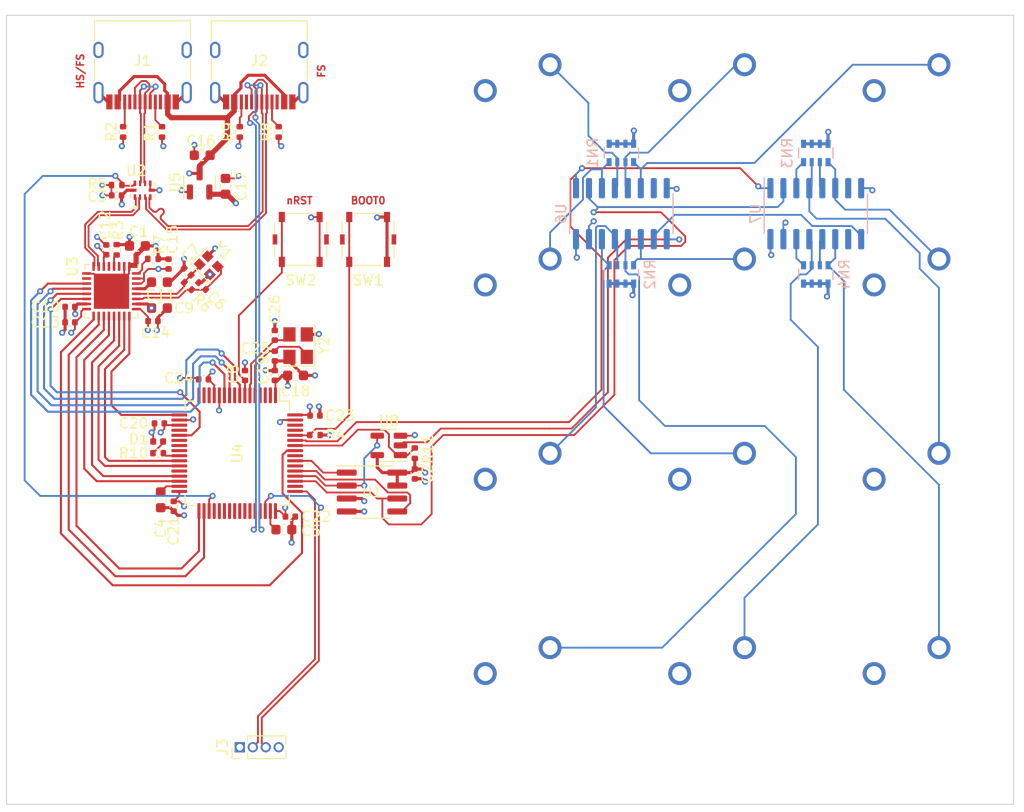
<source format=kicad_pcb>
(kicad_pcb (version 20211014) (generator pcbnew)
  (layers (0 "F.Cu" signal) (1 "In1.Cu" power) (2 "In2.Cu" power) (31 "B.Cu" signal) (34 "B.Paste" user) (35 "F.Paste" user) (36 "B.SilkS" user "B.Silkscreen") (37 "F.SilkS" user "F.Silkscreen") (38 "B.Mask" user) (39 "F.Mask" user) (44 "Edge.Cuts" user))
  (net 0 "")
  (net 1 "GND")
  (net 2 "VBUS")
  (net 3 "+3V3")
  (net 4 "Net-(C4-Pad1)")
  (net 5 "Net-(C5-Pad1)")
  (net 6 "Net-(C6-Pad2)")
  (net 7 "Net-(C7-Pad2)")
  (net 8 "/NRST")
  (net 9 "+1V8")
  (net 10 "VDDA")
  (net 11 "/XTAL_OUT")
  (net 12 "/XTAL_IN")
  (net 13 "Net-(D1-Pad2)")
  (net 14 "Net-(J1-PadA5)")
  (net 16 "Net-(J1-PadB5)")
  (net 18 "Net-(J2-PadA5)")
  (net 19 "/FS_DP")
  (net 21 "Net-(J2-PadB5)")
  (net 23 "/SWC")
  (net 24 "/SWD")
  (net 25 "Net-(R3-Pad1)")
  (net 26 "/BOOT0")
  (net 27 "/USBMUX_SEL")
  (net 28 "Net-(R7-Pad2)")
  (net 29 "/LED")
  (net 30 "/165_CS")
  (net 31 "/SR1_D7")
  (net 32 "/SR1_D6")
  (net 33 "/SR1_D5")
  (net 34 "/SR1_D4")
  (net 35 "/SR1_D3")
  (net 36 "/SR1_D2")
  (net 37 "/SR1_D1")
  (net 38 "/SR1_D0")
  (net 39 "/SR2_D7")
  (net 40 "/SR2_D6")
  (net 41 "/SR2_D5")
  (net 42 "/SR2_D4")
  (net 43 "/SR2_D3")
  (net 44 "/SR2_D2")
  (net 45 "/SR2_D1")
  (net 46 "/SR2_D0")
  (net 47 "/EEP_CS")
  (net 48 "/MISO")
  (net 49 "/MOSI")
  (net 50 "/SCK")
  (net 54 "/NXT")
  (net 55 "/DIR")
  (net 56 "/STP")
  (net 57 "/CLK")
  (net 58 "/DATA7")
  (net 59 "/DATA6")
  (net 60 "/DATA5")
  (net 61 "/DATA4")
  (net 62 "/DATA3")
  (net 63 "/DATA2")
  (net 64 "/DATA1")
  (net 65 "/DATA0")
  (net 67 "/LATCH")
  (net 91 "/SR_DOUT")
  (net 92 "Net-(U6-Pad10)")
  (net 95 "/USB_D+")
  (net 96 "/USB_D-")
  (net 97 "/FS_DN")
  (net 98 "/ULPI_D+")
  (net 99 "/ULPI_D-")
  (footprint "Resistor_SMD:R_0402_1005Metric" (layer "F.Cu") (at 31.496 46.101 180)
    (fp_text reference "R7")
    (fp_text value "12k")
  )
  (footprint "Resistor_SMD:R_0402_1005Metric" (layer "F.Cu") (at 27.94 45.212 90)
    (fp_text reference "R3")
    (fp_text value "1k")
  )
  (footprint "Capacitor_SMD:C_0402_1005Metric" (layer "F.Cu") (at 43.434 53.594 90)
    (fp_text reference "C26")
    (fp_text value "9pF")
  )
  (footprint "MX_Only:MXOnly-1U-NoLED" (layer "F.Cu") (at 105.965625 70.246875)
    (fp_text reference "SW11")
    (fp_text value "SW_Push")
  )
  (footprint "Capacitor_SMD:C_0603_1608Metric" (layer "F.Cu") (at 36.322 35.941 180)
    (fp_text reference "C16")
    (fp_text value "1uF")
  )
  (footprint "Resistor_SMD:R_0402_1005Metric" (layer "F.Cu") (at 34.925 48.768 135)
    (fp_text reference "R6")
    (fp_text value "1M")
  )
  (footprint "Resistor_SMD:R_0402_1005Metric" (layer "F.Cu") (at 32.004 65.151)
    (fp_text reference "R10")
    (fp_text value "1k")
  )
  (footprint "Capacitor_SMD:C_0603_1608Metric" (layer "F.Cu") (at 32.131 50.927 180)
    (fp_text reference "C9")
    (fp_text value "4.7uF")
  )
  (footprint "Connector_USB:USB_C_Receptacle_HRO_TYPE-C-31-M-12" (layer "F.Cu") (at 30.48 26.67 180)
    (fp_text reference "J1")
    (fp_text value "USB_C_Receptacle_USB2.0")
  )
  (footprint "Capacitor_SMD:C_0603_1608Metric" (layer "F.Cu") (at 45.466 57.531)
    (fp_text reference "C18")
    (fp_text value "1uF")
  )
  (footprint "Capacitor_SMD:C_0402_1005Metric" (layer "F.Cu") (at 27.94 39.878 180)
    (fp_text reference "C3")
    (fp_text value "100nF")
  )
  (footprint "MX_Only:MXOnly-1U-NoLED" (layer "F.Cu") (at 105.965625 89.296875)
    (fp_text reference "SW14")
    (fp_text value "SW_Push")
  )
  (footprint "Capacitor_SMD:C_0402_1005Metric" (layer "F.Cu") (at 33.528 70.358 -90)
    (fp_text reference "C21")
    (fp_text value "100nF")
  )
  (footprint "MX_Only:MXOnly-1U-NoLED" (layer "F.Cu") (at 86.915625 89.296875)
    (fp_text reference "SW13")
    (fp_text value "SW_Push")
  )
  (footprint "MX_Only:MXOnly-1U-NoLED" (layer "F.Cu") (at 67.865625 51.196875)
    (fp_text reference "SW6")
    (fp_text value "SW_Push")
  )
  (footprint "Resistor_SMD:R_0402_1005Metric" (layer "F.Cu") (at 47.371 63.373)
    (fp_text reference "R4")
    (fp_text value "10k")
  )
  (footprint "Capacitor_SMD:C_0402_1005Metric" (layer "F.Cu") (at 34.888528 47.350345 -45)
    (fp_text reference "C7")
    (fp_text value "9pF")
  )
  (footprint "Capacitor_SMD:C_0603_1608Metric" (layer "F.Cu") (at 32.131 48.387 180)
    (fp_text reference "C11")
    (fp_text value "4.7uF")
  )
  (footprint "Resistor_SMD:R_0402_1005Metric" (layer "F.Cu") (at 43.815 33.655 90)
    (fp_text reference "R8")
    (fp_text value "5.1k")
  )
  (footprint "MX_Only:MXOnly-1U-NoLED" (layer "F.Cu") (at 67.865625 32.146875)
    (fp_text reference "SW3")
    (fp_text value "SW_Push")
  )
  (footprint "Resistor_SMD:R_0402_1005Metric" (layer "F.Cu") (at 57.15 65.151 90)
    (fp_text reference "R11")
    (fp_text value "10K")
  )
  (footprint "nrfmicro:UQFN-10" (layer "F.Cu") (at 30.48 39.37 90)
    (fp_text reference "U2")
    (fp_text value "TS3USB221RSER")
  )
  (footprint "LED_SMD:LED_0402_1005Metric" (layer "F.Cu") (at 32.004 64.008)
    (fp_text reference "D1")
    (fp_text value "White")
  )
  (footprint "Capacitor_SMD:C_0402_1005Metric" (layer "F.Cu") (at 36.449 57.912 180)
    (fp_text reference "C24")
    (fp_text value "100nF")
  )
  (footprint "Package_TO_SOT_SMD:SOT-23-5" (layer "F.Cu") (at 54.61 64.389 180)
    (fp_text reference "U8")
    (fp_text value "74LVC1G125")
  )
  (footprint "Capacitor_SMD:C_0402_1005Metric" (layer "F.Cu") (at 26.924 45.212 90)
    (fp_text reference "C12")
    (fp_text value "100nF")
  )
  (footprint "Capacitor_SMD:C_0402_1005Metric" (layer "F.Cu") (at 40.513 57.531 90)
    (fp_text reference "C8")
    (fp_text value "100nF")
  )
  (footprint "Capacitor_SMD:C_0402_1005Metric" (layer "F.Cu") (at 43.434 55.626 -90)
    (fp_text reference "C25")
    (fp_text value "9pF")
  )
  (footprint "MX_Only:MXOnly-1U-NoLED" (layer "F.Cu") (at 86.915625 32.146875)
    (fp_text reference "SW4")
    (fp_text value "SW_Push")
  )
  (footprint "Capacitor_SMD:C_0603_1608Metric" (layer "F.Cu") (at 38.608 38.989 90)
    (fp_text reference "C17")
    (fp_text value "1uF")
  )
  (footprint "Package_QFP:LQFP-64_10x10mm_P0.5mm" (layer "F.Cu") (at 39.751 65.151 -90)
    (fp_text reference "U4")
    (fp_text value "STM32F405RGTx")
  )
  (footprint "Capacitor_SMD:C_0603_1608Metric" (layer "F.Cu") (at 32.258 69.723 -90)
    (fp_text reference "C4")
    (fp_text value "2.2uF")
  )
  (footprint "MX_Only:MXOnly-1U-NoLED" (layer "F.Cu") (at 67.865625 70.246875)
    (fp_text reference "SW9")
    (fp_text value "SW_Push")
  )
  (footprint "Crystal:Crystal_SMD_2016-4Pin_2.0x1.6mm" (layer "F.Cu") (at 36.957 46.736 -45)
    (fp_text reference "Y1")
    (fp_text value "24MHz")
  )
  (footprint "Package_TO_SOT_SMD:SOT-23" (layer "F.Cu") (at 36.068 38.608 90)
    (fp_text reference "U5")
    (fp_text value "XC6206P332MR")
  )
  (footprint "Connector_USB:USB_C_Receptacle_HRO_TYPE-C-31-M-12" (layer "F.Cu") (at 41.91 26.67 180)
    (fp_text reference "J2")
    (fp_text value "USB_C_Receptacle_USB2.0")
  )
  (footprint "MX_Only:MXOnly-1U-NoLED" (layer "F.Cu") (at 86.915625 51.196875)
    (fp_text reference "SW7")
    (fp_text value "SW_Push")
  )
  (footprint "Capacitor_SMD:C_0402_1005Metric" (layer "F.Cu") (at 23.368 50.8 180)
    (fp_text reference "C10")
    (fp_text value "100nF")
  )
  (footprint "MX_Only:MXOnly-1U-NoLED" (layer "F.Cu") (at 105.965625 32.146875)
    (fp_text reference "SW5")
    (fp_text value "SW_Push")
  )
  (footprint "Resistor_SMD:R_0402_1005Metric" (layer "F.Cu") (at 32.385 33.655 90)
    (fp_text reference "R1")
    (fp_text value "5.1k")
  )
  (footprint "Capacitor_SMD:C_0402_1005Metric" (layer "F.Cu") (at 31.496 52.197)
    (fp_text reference "C14")
    (fp_text value "100nF")
  )
  (footprint "MX_Only:MXOnly-1U-NoLED" (layer "F.Cu") (at 105.965625 51.196875)
    (fp_text reference "SW8")
    (fp_text value "SW_Push")
  )
  (footprint "Connector_PinHeader_1.27mm:PinHeader_1x04_P1.27mm_Vertical" (layer "F.Cu") (at 40.01 93.98 90)
    (fp_text reference "J3")
    (fp_text value "Conn_SWD")
  )
  (footprint "MX_Only:MXOnly-1U-NoLED" (layer "F.Cu") (at 67.865625 89.296875)
    (fp_text reference "SW12")
    (fp_text value "SW_Push")
  )
  (footprint "Resistor_SMD:R_0402_1005Metric" (layer "F.Cu") (at 40.005 33.655 90)
    (fp_text reference "R9")
    (fp_text value "5.1k")
  )
  (footprint "Package_DFN_QFN:QFN-32-1EP_5x5mm_P0.5mm_EP3.45x3.45mm" (layer "F.Cu") (at 27.432 49.276 -90)
    (fp_text reference "U3")
    (fp_text value "USB3300-EZK")
  )
  (footprint "Capacitor_SMD:C_0603_1608Metric" (layer "F.Cu") (at 44.323 72.644)
    (fp_text reference "C5")
    (fp_text value "2.2uF")
  )
  (footprint "Capacitor_SMD:C_0603_1608Metric" (layer "F.Cu") (at 29.972 44.831 180)
    (fp_text reference "C1")
    (fp_text value "1uF")
  )
  (footprint "Resistor_SMD:R_0402_1005Metric" (layer "F.Cu") (at 27.94 38.862 180)
    (fp_text reference "R5")
    (fp_text value "10k")
  )
  (footprint "Capacitor_SMD:C_0402_1005Metric" (layer "F.Cu") (at 47.371 61.468)
    (fp_text reference "C23")
    (fp_text value "100nF")
  )
  (footprint "Button_Switch_SMD:SW_SPST_Panasonic_EVQPL_3PL_5PL_PT_A15" (layer "F.Cu") (at 52.578 44.196 180)
    (fp_text reference "SW1")
    (fp_text value "EVQPLHA15")
  )
  (footprint "Capacitor_SMD:C_0402_1005Metric" (layer "F.Cu") (at 23.368 52.324 180)
    (fp_text reference "C13")
    (fp_text value "100nF")
  )
  (footprint "Resistor_SMD:R_0402_1005Metric" (layer "F.Cu") (at 28.575 33.655 90)
    (fp_text reference "R2")
    (fp_text value "5.1k")
  )
  (footprint "Capacitor_SMD:C_0402_1005Metric" (layer "F.Cu") (at 57.15 67.183 -90)
    (fp_text reference "C2")
    (fp_text value "100nF")
  )
  (footprint "Package_SO:SOIC-8_3.9x4.9mm_P1.27mm" (layer "F.Cu") (at 52.959 68.961)
    (fp_text reference "U1")
    (fp_text value "MB85RS16")
  )
  (footprint "Crystal:Crystal_SMD_3225-4Pin_3.2x2.5mm" (layer "F.Cu") (at 45.72 54.61 90)
    (fp_text reference "Y2")
    (fp_text value "12MHz")
  )
  (footprint "Button_Switch_SMD:SW_SPST_Panasonic_EVQPL_3PL_5PL_PT_A15" (layer "F.Cu") (at 45.974 44.196 180)
    (fp_text reference "SW2")
    (fp_text value "EVQPLHA15")
  )
  (footprint "Capacitor_SMD:C_0402_1005Metric" (layer "F.Cu") (at 44.958 71.374)
    (fp_text reference "C22")
    (fp_text value "100nF")
  )
  (footprint "Capacitor_SMD:C_0402_1005Metric" (layer "F.Cu") (at 36.322 48.768 -45)
    (fp_text reference "C6")
    (fp_text value "9pF")
  )
  (footprint "MX_Only:MXOnly-1U-NoLED" (layer "F.Cu") (at 86.915625 70.246875)
    (fp_text reference "SW10")
    (fp_text value "SW_Push")
  )
  (footprint "Capacitor_SMD:C_0402_1005Metric" (layer "F.Cu") (at 33.02 46.609 90)
    (fp_text reference "C15")
    (fp_text value "100nF")
  )
  (footprint "Capacitor_SMD:C_0402_1005Metric" (layer "F.Cu") (at 43.434 57.531 90)
    (fp_text reference "C19")
    (fp_text value "100nF")
  )
  (footprint "Capacitor_SMD:C_0402_1005Metric" (layer "F.Cu") (at 32.131 62.23 180)
    (fp_text reference "C20")
    (fp_text value "100nF")
  )
  (footprint "Resistor_SMD:R_Array_Convex_4x0603" (layer "B.Cu") (at 77.390625 47.625 90)
    (fp_text reference "RN2")
    (fp_text value "R_Pack04")
  )
  (footprint "Resistor_SMD:R_Array_Convex_4x0603" (layer "B.Cu") (at 77.390625 35.71875 -90)
    (fp_text reference "RN1")
    (fp_text value "R_Pack04")
  )
  (footprint "Resistor_SMD:R_Array_Convex_4x0603" (layer "B.Cu") (at 96.440625 47.625 90)
    (fp_text reference "RN4")
    (fp_text value "R_Pack04")
  )
  (footprint "Resistor_SMD:R_Array_Convex_4x0603" (layer "B.Cu") (at 96.440625 35.71875 -90)
    (fp_text reference "RN3")
    (fp_text value "R_Pack04")
  )
  (footprint "Package_SO:SOP-16_3.9x9.9mm_P1.27mm" (layer "B.Cu") (at 96.440625 41.671875 -90)
    (fp_text reference "U7")
    (fp_text value "74HC165")
  )
  (footprint "Package_SO:SOP-16_3.9x9.9mm_P1.27mm" (layer "B.Cu") (at 77.390625 41.671875 -90)
    (fp_text reference "U6")
    (fp_text value "74HC165")
  )
  (gr_rect (start 115.824 22.225) (end 17.145 99.568) (layer "Edge.Cuts") (width 0.1) (fill none))
  (gr_text "FS" (at 48.006 27.686 90) (layer "F.Cu") (effects (font (size 0.7 0.7))))
  (gr_text "BOOT0" (at 52.578 40.386) (layer "F.Cu") (effects (font (size 0.7 0.7))))
  (gr_text "nRST" (at 45.847 40.386) (layer "F.Cu") (effects (font (size 0.7 0.7))))
  (gr_text "HS/FS" (at 24.384 27.686 90) (layer "F.Cu") (effects (font (size 0.7 0.7))))
  (segment (start 35.381 61.901) (end 35.433 61.849) (width 0.1778) (layer "F.Cu") (net 1))
  (segment (start 43.815 34.798) (end 44.069 35.052) (width 0.1778) (layer "F.Cu") (net 1))
  (segment (start 36.850934 45.852117) (end 36.850934 45.826066) (width 0.3048) (layer "F.Cu") (net 1))
  (segment (start 36.850934 45.826066) (end 37.592 45.085) (width 0.3048) (layer "F.Cu") (net 1))
  (segment (start 34.549117 46.106117) (end 34.544 46.101) (width 0.3048) (layer "F.Cu") (net 1))
  (segment (start 27.46 39.878) (end 26.543 39.878) (width 0.1778) (layer "F.Cu") (net 1))
  (segment (start 50.484 70.866) (end 52.197 70.866) (width 0.3048) (layer "F.Cu") (net 1))
  (segment (start 34.549117 47.010934) (end 34.549117 46.106117) (width 0.3048) (layer "F.Cu") (net 1))
  (segment (start 31.519 64.008) (end 31.519 63.269) (width 0.1778) (layer "F.Cu") (net 1))
  (segment (start 26.924 44.732) (end 26.825 44.732) (width 0.1778) (layer "F.Cu") (net 1))
  (segment (start 35.982589 48.428589) (end 36.25436 48.428589) (width 0.3048) (layer "F.Cu") (net 1))
  (segment (start 22.888 52.324) (end 22.888 53.058) (width 0.3048) (layer "F.Cu") (net 1))
  (segment (start 26.825 44.732) (end 26.035 43.942) (width 0.1778) (layer "F.Cu") (net 1))
  (segment (start 44.144 61.901) (end 43.942 62.103) (width 0.1778) (layer "F.Cu") (net 1))
  (segment (start 33.73 30.715) (end 33.885 30.715) (width 0.3048) (layer "F.Cu") (net 1))
  (segment (start 32.006 46.101) (end 32.992 46.101) (width 0.3048) (layer "F.Cu") (net 1))
  (segment (start 32.385 34.925) (end 32.512 35.052) (width 0.1778) (layer "F.Cu") (net 1))
  (segment (start 22.888 53.058) (end 22.606 53.34) (width 0.3048) (layer "F.Cu") (net 1))
  (segment (start 47.881 63.373) (end 48.768 63.373) (width 0.3048) (layer "F.Cu") (net 1))
  (segment (start 38.608 38.214) (end 39.637 38.214) (width 0.1778) (layer "F.Cu") (net 1))
  (segment (start 42.573 57.051) (end 42.545 57.023) (width 0.3048) (layer "F.Cu") (net 1))
  (segment (start 27.23 30.715) (end 27.075 30.715) (width 0.3048) (layer "F.Cu") (net 1))
  (segment (start 27.43 38.862) (end 27.43 39.848) (width 0.1778) (layer "F.Cu") (net 1))
  (segment (start 27.43 38.862) (end 26.543 38.862) (width 0.1778) (layer "F.Cu") (net 1))
  (segment (start 29.182 46.8385) (end 29.1431 46.8774) (width 0.1778) (layer "F.Cu") (net 1))
  (segment (start 27.43 39.848) (end 27.46 39.878) (width 0.1778) (layer "F.Cu") (net 1))
  (segment (start 30.734 44.831) (end 29.972 45.593) (width 0.508) (layer "F.Cu") (net 1))
  (segment (start 31.38 39.37) (end 32.131 39.37) (width 0.1778) (layer "F.Cu") (net 1))
  (segment (start 31.519 63.269) (end 31.369 63.119) (width 0.1778) (layer "F.Cu") (net 1))
  (segment (start 40.513 57.051) (end 40.513 56.261) (width 0.1778) (layer "F.Cu") (net 1))
  (segment (start 29.972 45.593) (end 29.845 45.72) (width 0.508) (layer "F.Cu") (net 1))
  (segment (start 32.906 48.387) (end 33.173051 48.387) (width 0.3048) (layer "F.Cu") (net 1))
  (segment (start 45.426 61.901) (end 44.144 61.901) (width 0.1778) (layer "F.Cu") (net 1))
  (segment (start 44.474 56.106) (end 44.87 55.71) (width 0.3048) (layer "F.Cu") (net 1))
  (segment (start 39.637 38.214) (end 39.878 37.973) (width 0.1778) (layer "F.Cu") (net 1))
  (segment (start 55.7475 63.439) (end 57.084 63.439) (width 0.1778) (layer "F.Cu") (net 1))
  (segment (start 43.815 34.165) (end 43.815 34.798) (width 0.1778) (layer "F.Cu") (net 1))
  (segment (start 34.544 71.247) (end 33.937 71.247) (width 0.3048) (layer "F.Cu") (net 1))
  (segment (start 32.992 46.101) (end 33.02 46.129) (width 0.3048) (layer "F.Cu") (net 1))
  (segment (start 40.005 34.165) (end 40.005 34.925) (width 0.1778) (layer "F.Cu") (net 1))
  (segment (start 38.001 59.476) (end 38.001 60.932) (width 0.1778) (layer "F.Cu") (net 1))
  (segment (start 33.188 70.498) (end 33.528 70.838) (width 0.3048) (layer "F.Cu") (net 1))
  (segment (start 44.87 55.71) (end 44.87 56.16) (width 0.3048) (layer "F.Cu") (net 1))
  (segment (start 31.976 52.197) (end 31.976 51.857) (width 0.3048) (layer "F.Cu") (net 1))
  (segment (start 57.15 67.663) (end 57.884 67.663) (width 0.3048) (layer "F.Cu") (net 1))
  (segment (start 31.23 38.695) (end 31.23 39.22) (width 0.1778) (layer "F.Cu") (net 1))
  (segment (start 34.076 61.901) (end 35.381 61.901) (width 0.1778) (layer "F.Cu") (net 1))
  (segment (start 31.976 52.197) (end 31.976 52.987) (width 0.1778) (layer "F.Cu") (net 1))
  (segment (start 27.075 30.715) (end 26.16 29.8) (width 0.3048) (layer "F.Cu") (net 1))
  (segment (start 29.1431 46.8774) (end 29.1431 47.5649) (width 0.1778) (layer "F.Cu") (net 1))
  (segment (start 45.315 30.715) (end 46.23 29.8) (width 0.3048) (layer "F.Cu") (net 1))
  (segment (start 43.434 56.106) (end 44.474 56.106) (width 0.3048) (layer "F.Cu") (net 1))
  (segment (start 45.098 72.644) (end 45.098 73.901) (width 0.3048) (layer "F.Cu") (net 1))
  (segment (start 46.241 57.531) (end 47.371 57.531) (width 0.3048) (layer "F.Cu") (net 1))
  (segment (start 25.7209 47.5649) (end 27.432 49.276) (width 0.1778) (layer "F.Cu") (net 1))
  (segment (start 28.682 46.8385) (end 28.682 48.026) (width 0.1778) (layer "F.Cu") (net 1))
  (segment (start 31.976 52.987) (end 31.877 53.086) (width 0.1778) (layer "F.Cu") (net 1))
  (segment (start 44.87 56.16) (end 46.241 57.531) (width 0.3048) (layer "F.Cu") (net 1))
  (segment (start 38.66 30.715) (end 38.505 30.715) (width 0.3048) (layer "F.Cu") (net 1))
  (segment (start 47.824 41.996) (end 47.824 46.396) (width 0.1778) (layer "F.Cu") (net 1))
  (segment (start 31.976 51.857) (end 32.906 50.927) (width 0.3048) (layer "F.Cu") (net 1))
  (segment (start 29.845 45.72) (end 29.845 46.736) (width 0.508) (layer "F.Cu") (net 1))
  (segment (start 40.005 34.925) (end 39.878 35.052) (width 0.1778) (layer "F.Cu") (net 1))
  (segment (start 45.098 71.714) (end 45.438 71.374) (width 0.3048) (layer "F.Cu") (net 1))
  (segment (start 46.57 53.51) (end 47.709 53.51) (width 0.3048) (layer "F.Cu") (net 1))
  (segment (start 31.23 39.22) (end 31.38 39.37) (width 0.1778) (layer "F.Cu") (net 1))
  (segment (start 34.4655 39.5455) (end 34.29 39.37) (width 0.1778) (layer "F.Cu") (net 1))
  (segment (start 30.747 44.831) (end 30.734 44.831) (width 0.508) (layer "F.Cu") (net 1))
  (segment (start 35.969 57.912) (end 35.842 57.785) (width 0.1778) (layer "F.Cu") (net 1))
  (segment (start 38.505 30.715) (end 37.59 29.8) (width 0.3048) (layer "F.Cu") (net 1))
  (segment (start 31.651 62.23) (end 31.651 62.837) (width 0.2032) (layer "F.Cu") (net 1))
  (segment (start 28.575 34.925) (end 28.448 35.052) (width 0.1778) (layer "F.Cu") (net 1))
  (segment (start 47.851 60.678) (end 47.752 60.579) (width 0.3048) (layer "F.Cu") (net 1))
  (segment (start 45.16 30.715) (end 45.315 30.715) (width 0.3048) (layer "F.Cu") (net 1))
  (segment (start 31.651 62.837) (end 31.369 63.119) (width 0.2032) (layer "F.Cu") (net 1))
  (segment (start 57.884 67.663) (end 58.166 67.945) (width 0.3048) (layer "F.Cu") (net 1))
  (segment (start 57.084 63.439) (end 57.15 63.373) (width 0.1778) (layer "F.Cu") (net 1))
  (segment (start 32.385 34.165) (end 32.385 34.925) (width 0.1778) (layer "F.Cu") (net 1))
  (segment (start 32.006 46.101) (end 32.006 45.087) (width 0.3048) (layer "F.Cu") (net 1))
  (segment (start 43.434 56.106) (end 43.434 57.051) (width 0.3048) (layer "F.Cu") (net 1))
  (segment (start 47.851 61.468) (end 47.851 60.678) (width 0.3048) (layer "F.Cu") (net 1))
  (segment (start 47.709 53.51) (end 47.752 53.467) (width 0.3048) (layer "F.Cu") (net 1))
  (segment (start 43.434 57.051) (end 42.573 57.051) (width 0.3048) (layer "F.Cu") (net 1))
  (segment (start 22.888 50.8) (end 22.888 52.324) (width 0.3048) (layer "F.Cu") (net 1))
  (segment (start 28.682 48.026) (end 27.432 49.276) (width 0.1778) (layer "F.Cu") (net 1))
  (segment (start 29.845 46.736) (end 29.337 46.736) (width 0.508) (layer "F.Cu") (net 1))
  (segment (start 38.001 60.932) (end 37.973 60.96) (width 0.1778) (layer "F.Cu") (net 1))
  (segment (start 45.098 73.901) (end 45.085 73.914) (width 0.3048) (layer "F.Cu") (net 1))
  (segment (start 35.118 39.5455) (end 34.4655 39.5455) (width 0.1778) (layer "F.Cu") (net 1))
  (segment (start 28.575 34.165) (end 28.575 34.925) (width 0.1778) (layer "F.Cu") (net 1))
  (segment (start 32.006 45.087) (end 31.75 44.831) (width 0.3048) (layer "F.Cu") (net 1))
  (segment (start 25.0334 47.5649) (end 25.7209 47.5649) (width 0.1778) (layer "F.Cu") (net 1))
  (segment (start 35.547 34.938) (end 35.56 34.925) (width 0.1778) (layer "F.Cu") (net 1))
  (segment (start 33.173051 48.387) (end 34.549117 47.010934) (width 0.3048) (layer "F.Cu") (net 1))
  (segment (start 47.824 41.996) (end 47.031 41.996) (width 0.1778) (layer "F.Cu") (net 1))
  (segment (start 47.031 41.996) (end 46.99 42.037) (width 0.1778) (layer "F.Cu") (net 1))
  (segment (start 32.258 70.498) (end 33.188 70.498) (width 0.3048) (layer "F.Cu") (net 1))
  (segment (start 35.547 35.941) (end 35.547 34.938) (width 0.1778) (layer "F.Cu") (net 1))
  (segment (start 24.9945 47.526) (end 25.0334 47.5649) (width 0.1778) (layer "F.Cu") (net 1))
  (segment (start 30.747 44.831) (end 31.75 44.831) (width 0.3048) (layer "F.Cu") (net 1))
  (segment (start 45.098 72.644) (end 45.098 71.714) (width 0.3048) (layer "F.Cu") (net 1))
  (segment (start 33.937 71.247) (end 33.528 70.838) (width 0.3048) (layer "F.Cu") (net 1))
  (segment (start 36.25436 48.428589) (end 37.063066 47.619883) (width 0.3048) (layer "F.Cu") (net 1))
  (segment (start 29.1431 47.5649) (end 27.432 49.276) (width 0.1778) (layer "F.Cu") (net 1))
  (segment (start 33.885 30.715) (end 34.8 29.8) (width 0.3048) (layer "F.Cu") (net 1))
  (segment (start 35.842 57.785) (end 34.163 57.785) (width 0.1778) (layer "F.Cu") (net 1))
  (segment (start 43.434 53.114) (end 43.434 52.197) (width 0.3048) (layer "F.Cu") (net 1))
  (via (at 58.166 67.945) (size 0.6) (drill 0.3) (layers "F.Cu" "B.Cu") (net 1))
  (via (at 28.448 35.052) (size 0.6) (drill 0.3) (layers "F.Cu" "B.Cu") (net 1))
  (via (at 39.878 37.973) (size 0.6) (drill 0.3) (layers "F.Cu" "B.Cu") (net 1))
  (via (at 37.973 60.96) (size 0.6) (drill 0.3) (layers "F.Cu" "B.Cu") (net 1))
  (via (at 82.804 39.243) (size 0.6) (drill 0.3) (layers "F.Cu" "B.Cu") (net 1))
  (via (at 47.752 53.467) (size 0.6) (drill 0.3) (layers "F.Cu" "B.Cu") (net 1))
  (via (at 47.752 60.579) (size 0.6) (drill 0.3) (layers "F.Cu" "B.Cu") (net 1))
  (via (at 26.543 39.878) (size 0.6) (drill 0.3) (layers "F.Cu" "B.Cu") (net 1))
  (via (at 26.035 43.942) (size 0.6) (drill 0.3) (layers "F.Cu" "B.Cu") (net 1))
  (via (at 37.084 47.625) (size 0.6) (drill 0.3) (layers "F.Cu" "B.Cu") (net 1))
  (via (at 46.99 42.037) (size 0.6) (drill 0.3) (layers "F.Cu" "B.Cu") (net 1))
  (via (at 57.15 63.373) (size 0.6) (drill 0.3) (layers "F.Cu" "B.Cu") (net 1))
  (via (at 43.434 52.197) (size 0.6) (drill 0.3) (layers "F.Cu" "B.Cu") (net 1))
  (via (at 43.942 62.103) (size 0.6) (drill 0.3) (layers "F.Cu" "B.Cu") (net 1))
  (via (at 44.069 35.052) (size 0.6) (drill 0.3) (layers "F.Cu" "B.Cu") (net 1))
  (via (at 93.472 42.545) (size 0.6) (drill 0.3) (layers "F.Cu" "B.Cu") (net 1))
  (via (at 31.75 44.831) (size 0.6) (drill 0.3) (layers "F.Cu" "B.Cu") (net 1))
  (via (at 37.592 45.085) (size 0.6) (drill 0.3) (layers "F.Cu" "B.Cu") (net 1))
  (via (at 42.545 57.023) (size 0.6) (drill 0.3) (layers "F.Cu" "B.Cu") (net 1))
  (via (at 22.606 53.34) (size 0.6) (drill 0.3) (layers "F.Cu" "B.Cu") (net 1))
  (via (at 26.543 38.862) (size 0.6) (drill 0.3) (layers "F.Cu" "B.Cu") (net 1))
  (via (at 35.433 61.849) (size 0.6) (drill 0.3) (layers "F.Cu" "B.Cu") (net 1))
  (via (at 32.131 39.37) (size 0.6) (drill 0.3) (layers "F.Cu" "B.Cu") (net 1))
  (via (at 47.371 57.531) (size 0.6) (drill 0.3) (layers "F.Cu" "B.Cu") (net 1))
  (via (at 32.512 35.052) (size 0.6) (drill 0.3) (layers "F.Cu" "B.Cu") (net 1))
  (via (at 52.197 70.866) (size 0.6) (drill 0.3) (layers "F.Cu" "B.Cu") (net 1))
  (via (at 31.369 63.119) (size 0.6) (drill 0.3) (layers "F.Cu" "B.Cu") (net 1))
  (via (at 35.56 34.925) (size 0.6) (drill 0.3) (layers "F.Cu" "B.Cu") (net 1))
  (via (at 34.29 39.37) (size 0.6) (drill 0.3) (layers "F.Cu" "B.Cu") (net 1))
  (via (at 34.544 71.247) (size 0.6) (drill 0.3) (layers "F.Cu" "B.Cu") (net 1))
  (via (at 40.513 56.261) (size 0.6) (drill 0.3) (layers "F.Cu" "B.Cu") (net 1))
  (via (at 45.085 73.914) (size 0.6) (drill 0.3) (layers "F.Cu" "B.Cu") (net 1))
  (via (at 74.676 42.418) (size 0.6) (drill 0.3) (layers "F.Cu" "B.Cu") (net 1))
  (via (at 39.878 35.052) (size 0.6) (drill 0.3) (layers "F.Cu" "B.Cu") (net 1))
  (via (at 34.544 46.101) (size 0.6) (drill 0.3) (layers "F.Cu" "B.Cu") (net 1))
  (via (at 101.981 39.37) (size 0.6) (drill 0.3) (layers "F.Cu" "B.Cu") (net 1))
  (via (at 31.877 53.086) (size 0.6) (drill 0.3) (layers "F.Cu" "B.Cu") (net 1))
  (via (at 34.163 57.785) (size 0.6) (drill 0.3) (layers "F.Cu" "B.Cu") (net 1))
  (via (at 48.768 63.373) (size 0.6) (drill 0.3) (layers "F.Cu" "B.Cu") (net 1))
  (segment (start 100.885625 39.171875) (end 101.782875 39.171875) (width 0.1778) (layer "B.Cu") (net 1))
  (segment (start 82.732875 39.171875) (end 82.804 39.243) (width 0.1778) (layer "B.Cu") (net 1))
  (segment (start 93.265625 42.751375) (end 93.472 42.545) (width 0.1778) (layer "B.Cu") (net 1))
  (segment (start 93.265625 44.171875) (end 93.265625 42.751375) (width 0.1778) (layer "B.Cu") (net 1))
  (segment (start 74.215625 42.878375) (end 74.676 42.418) (width 0.1778) (layer "B.Cu") (net 1))
  (segment (start 74.215625 44.171875) (end 74.215625 42.878375) (width 0.1778) (layer "B.Cu") (net 1))
  (segment (start 81.835625 39.171875) (end 82.732875 39.171875) (width 0.1778) (layer "B.Cu") (net 1))
  (segment (start 101.782875 39.171875) (end 101.981 39.37) (width 0.1778) (layer "B.Cu") (net 1))
  (segment (start 29.637799 28.227401) (end 31.9013 28.227401) (width 0.3048) (layer "F.Cu") (net 2))
  (segment (start 38.790145 34.247855) (end 38.790145 32.261855) (width 0.508) (layer "F.Cu") (net 2))
  (segment (start 32.642599 29.594599) (end 32.93 29.882) (width 0.3048) (layer "F.Cu") (net 2))
  (segment (start 36.068 37.6705) (end 36.068 36.97) (width 0.508) (layer "F.Cu") (net 2))
  (segment (start 39.46 30.007833) (end 40.1146 29.353233) (width 0.3048) (layer "F.Cu") (net 2))
  (segment (start 39.46 30.715) (end 39.46 30.007833) (width 0.3048) (layer "F.Cu") (net 2))
  (segment (start 40.1146 29.353233) (end 40.1146 28.812767) (width 0.3048) (layer "F.Cu") (net 2))
  (segment (start 29.197 44.831) (end 29.197 43.955) (width 0.3048) (layer "F.Cu") (net 2))
  (segment (start 31.9013 28.227401) (end 32.642599 28.9687) (width 0.3048) (layer "F.Cu") (net 2))
  (segment (start 32.93 31.914) (end 32.93 30.715) (width 0.508) (layer "F.Cu") (net 2))
  (segment (start 38.790145 32.261855) (end 33.277855 32.261855) (width 0.508) (layer "F.Cu") (net 2))
  (segment (start 40.1146 28.812767) (end 40.826966 28.100401) (width 0.3048) (layer "F.Cu") (net 2))
  (segment (start 36.068 36.97) (end 37.097 35.941) (width 0.508) (layer "F.Cu") (net 2))
  (segment (start 35.052 37.719) (end 36.0195 37.719) (width 0.3048) (layer "F.Cu") (net 2))
  (segment (start 32.93 29.882) (end 32.93 30.715) (width 0.3048) (layer "F.Cu") (net 2))
  (segment (start 36.0195 37.719) (end 36.068 37.6705) (width 0.3048) (layer "F.Cu") (net 2))
  (segment (start 44.36 30.016394) (end 44.36 30.715) (width 0.3048) (layer "F.Cu") (net 2))
  (segment (start 39.46 31.592) (end 39.46 30.715) (width 0.508) (layer "F.Cu") (net 2))
  (segment (start 32.642599 28.9687) (end 32.642599 29.594599) (width 0.3048) (layer "F.Cu") (net 2))
  (segment (start 29.068 44.702) (end 29.197 44.831) (width 0.3048) (layer "F.Cu") (net 2))
  (segment (start 37.097 35.941) (end 38.790145 34.247855) (width 0.508) (layer "F.Cu") (net 2))
  (segment (start 28.2276 29.6376) (end 29.637799 28.227401) (width 0.3048) (layer "F.Cu") (net 2))
  (segment (start 33.277855 32.261855) (end 32.93 31.914) (width 0.508) (layer "F.Cu") (net 2))
  (segment (start 38.790145 32.261855) (end 39.46 31.592) (width 0.508) (layer "F.Cu") (net 2))
  (segment (start 40.826966 28.100401) (end 42.444007 28.100401) (width 0.3048) (layer "F.Cu") (net 2))
  (segment (start 28.03 30.715) (end 28.2276 30.5174) (width 0.3048) (layer "F.Cu") (net 2))
  (segment (start 28.2276 30.5174) (end 28.2276 29.6376) (width 0.3048) (layer "F.Cu") (net 2))
  (segment (start 29.197 43.955) (end 29.21 43.942) (width 0.3048) (layer "F.Cu") (net 2))
  (segment (start 42.444007 28.100401) (end 44.36 30.016394) (width 0.3048) (layer "F.Cu") (net 2))
  (segment (start 27.94 44.702) (end 29.068 44.702) (width 0.3048) (layer "F.Cu") (net 2))
  (via (at 35.052 37.719) (size 0.6) (drill 0.3) (layers "F.Cu" "B.Cu") (net 2))
  (via (at 29.21 43.942) (size 0.6) (drill 0.3) (layers "F.Cu" "B.Cu") (net 2))
  (segment (start 53.975 67.056) (end 55.434 67.056) (width 0.3048) (layer "F.Cu") (net 3))
  (segment (start 30.6171 48.2739) (end 30.365 48.526) (width 0.1778) (layer "F.Cu") (net 3))
  (segment (start 33.02 47.089) (end 32.032 47.089) (width 0.1778) (layer "F.Cu") (net 3))
  (segment (start 31.016 51.788764) (end 31.016 52.197) (width 0.1778) (layer "F.Cu") (net 3))
  (segment (start 56.797 67.056) (end 57.15 66.703) (width 0.3048) (layer "F.Cu") (net 3))
  (segment (start 37.501 59.476) (end 37.501 58.484) (width 0.1778) (layer "F.Cu") (net 3))
  (segment (start 30.365 48.526) (end 29.8695 48.526) (width 0.1778) (layer "F.Cu") (net 3))
  (segment (start 46.891 60.607) (end 46.863 60.579) (width 0.1778) (layer "F.Cu") (net 3))
  (segment (start 36.929 57.559) (end 37.338 57.15) (width 0.1778) (layer "F.Cu") (net 3))
  (segment (start 43.501 59.476) (end 43.501 58.078) (width 0.1778) (layer "F.Cu") (net 3))
  (segment (start 30.6171 48.0161) (end 30.6171 48.2739) (width 0.1778) (layer "F.Cu") (net 3))
  (segment (start 34.064 69.878) (end 34.544 70.358) (width 0.1778) (layer "F.Cu") (net 3))
  (segment (start 29.58 39.37) (end 28.956 39.37) (width 0.3048) (layer "F.Cu") (net 3))
  (segment (start 23.899331 52.324) (end 23.848 52.324) (width 0.1778) (layer "F.Cu") (net 3))
  (segment (start 46.824 61.401) (end 46.891 61.468) (width 0.1778) (layer "F.Cu") (net 3))
  (segment (start 23.848 52.987) (end 23.495 53.34) (width 0.1778) (layer "F.Cu") (net 3))
  (segment (start 34.076 69.33) (end 33.528 69.878) (width 0.1778) (layer "F.Cu") (net 3))
  (segment (start 28.956 39.37) (end 28.448 39.878) (width 0.3048) (layer "F.Cu") (net 3))
  (segment (start 24.4649 51.758431) (end 23.899331 52.324) (width 0.1778) (layer "F.Cu") (net 3))
  (segment (start 32.611 62.23) (end 32.611 62.766) (width 0.1778) (layer "F.Cu") (net 3))
  (segment (start 34.076 62.401) (end 32.782 62.401) (width 0.1778) (layer "F.Cu") (net 3))
  (segment (start 55.434 67.056) (end 55.434 68.326) (width 0.3048) (layer "F.Cu") (net 3))
  (segment (start 26.682 46.8385) (end 26.682 45.934) (width 0.1778) (layer "F.Cu") (net 3))
  (segment (start 55.434 67.056) (end 56.797 67.056) (width 0.3048) (layer "F.Cu") (net 3))
  (segment (start 51.943 69.596) (end 52.197 69.85) (width 0.3048) (layer "F.Cu") (net 3))
  (segment (start 31.044 47.089) (end 30.6171 47.5159) (width 0.1778) (layer "F.Cu") (net 3))
  (segment (start 50.484 69.596) (end 51.943 69.596) (width 0.3048) (layer "F.Cu") (net 3))
  (segment (start 53.4725 66.5535) (end 53.975 67.056) (width 0.3048) (layer "F.Cu") (net 3))
  (segment (start 57.15 65.661) (end 57.15 66.703) (width 0.3048) (layer "F.Cu") (net 3))
  (segment (start 28.448 39.878) (end 28.42 39.878) (width 0.3048) (layer "F.Cu") (net 3))
  (segment (start 38.608 39.764) (end 37.2365 39.764) (width 0.508) (layer "F.Cu") (net 3))
  (segment (start 45.426 61.401) (end 46.824 61.401) (width 0.1778) (layer "F.Cu") (net 3))
  (segment (start 26.896 45.692) (end 26.035 44.831) (width 0.1778) (layer "F.Cu") (net 3))
  (segment (start 53.4725 65.339) (end 53.4725 66.5535) (width 0.3048) (layer "F.Cu") (net 3))
  (segment (start 38.608 39.764) (end 38.748 39.764) (width 0.508) (layer "F.Cu") (net 3))
  (segment (start 43.93 70.826) (end 44.478 71.374) (width 0.1778) (layer "F.Cu") (net 3))
  (segment (start 32.032 47.089) (end 31.044 47.089) (width 0.1778) (layer "F.Cu") (net 3))
  (segment (start 29.8695 48.026) (end 30.6072 48.026) (width 0.1778) (layer "F.Cu") (net 3))
  (segment (start 43.716 58.011) (end 43.434 58.011) (width 0.3048) (layer "F.Cu") (net 3))
  (segment (start 28.42 39.878) (end 28.42 40.739) (width 0.3048) (layer "F.Cu") (net 3))
  (segment (start 44.478 70.513) (end 44.45 70.485) (width 0.1778) (layer "F.Cu") (net 3))
  (segment (start 33.528 69.878) (end 34.064 69.878) (width 0.1778) (layer "F.Cu") (net 3))
  (segment (start 31.016 52.197) (end 31.016 53.058) (width 0.1778) (layer "F.Cu") (net 3))
  (segment (start 44.691 57.531) (end 44.196 57.531) (width 0.3048) (layer "F.Cu") (net 3))
  (segment (start 36.929 57.912) (end 36.929 57.559) (width 0.1778) (layer "F.Cu") (net 3))
  (segment (start 30.253236 51.026) (end 31.016 51.788764) (width 0.1778) (layer "F.Cu") (net 3))
  (segment (start 24.9945 51.026) (end 24.709469 51.026) (width 0.1778) (layer "F.Cu") (net 3))
  (segment (start 34.076 68.901) (end 34.076 69.33) (width 0.1778) (layer "F.Cu") (net 3))
  (segment (start 44.691 57.531) (end 44.691 58.534) (width 0.3048) (layer "F.Cu") (net 3))
  (segment (start 38.748 39.764) (end 39.624 40.64) (width 0.508) (layer "F.Cu") (net 3))
  (segment (start 43.501 58.078) (end 43.434 58.011) (width 0.1778) (layer "F.Cu") (net 3))
  (segment (start 37.2365 39.764) (end 37.018 39.5455) (width 0.508) (layer "F.Cu") (net 3))
  (segment (start 37.501 58.484) (end 36.929 57.912) (width 0.1778) (layer "F.Cu") (net 3))
  (segment (start 29.8695 51.026) (end 30.253236 51.026) (width 0.1778) (layer "F.Cu") (net 3))
  (segment (start 32.611 62.766) (end 32.258 63.119) (width 0.1778) (layer "F.Cu") (net 3))
  (segment (start 44.478 71.374) (end 44.478 70.513) (width 0.1778) (layer "F.Cu") (net 3))
  (segment (start 32.782 62.401) (end 32.611 62.23) (width 0.1778) (layer "F.Cu") (net 3))
  (segment (start 26.924 45.692) (end 26.896 45.692) (width 0.1778) (layer "F.Cu") (net 3))
  (segment (start 57.15 66.703) (end 57.813 66.703) (width 0.3048) (layer "F.Cu") (net 3))
  (segment (start 23.848 52.324) (end 23.848 52.987) (width 0.1778) (layer "F.Cu") (net 3))
  (segment (start 24.4649 51.270569) (end 24.4649 51.758431) (width 0.1778) (layer "F.Cu") (net 3))
  (segment (start 44.691 58.534) (end 44.704 58.547) (width 0.3048) (layer "F.Cu") (net 3))
  (segment (start 28.42 40.739) (end 28.448 40.767) (width 0.3048) (layer "F.Cu") (net 3))
  (segment (start 54.428 41.996) (end 54.428 46.396) (width 0.3048) (layer "F.Cu") (net 3))
  (segment (start 30.6072 48.026) (end 30.6171 48.0161) (width 0.1778) (layer "F.Cu") (net 3))
  (segment (start 54.428 41.996) (end 53.508 41.996) (width 0.3048) (layer "F.Cu") (net 3))
  (segment (start 44.196 57.531) (end 43.716 58.011) (width 0.3048) (layer "F.Cu") (net 3))
  (segment (start 43.501 70.826) (end 43.93 70.826) (width 0.1778) (layer "F.Cu") (net 3))
  (segment (start 31.016 53.058) (end 30.988 53.086) (width 0.1778) (layer "F.Cu") (net 3))
  (segment (start 46.891 61.468) (end 46.891 60.607) (width 0.1778) (layer "F.Cu") (net 3))
  (segment (start 53.508 41.996) (end 53.467 42.037) (width 0.3048) (layer "F.Cu") (net 3))
  (segment (start 57.813 66.703) (end 58.166 67.056) (width 0.3048) (layer "F.Cu") (net 3))
  (segment (start 26.682 45.934) (end 26.924 45.692) (width 0.1778) (layer "F.Cu") (net 3))
  (segment (start 30.6171 47.5159) (end 30.6171 48.0161) (width 0.1778) (layer "F.Cu") (net 3))
  (segment (start 24.709469 51.026) (end 24.4649 51.270569) (width 0.1778) (layer "F.Cu") (net 3))
  (via (at 78.613 33.528) (size 0.6) (drill 0.3) (layers "F.Cu" "B.Cu") (net 3))
  (via (at 58.166 67.056) (size 0.6) (drill 0.3) (layers "F.Cu" "B.Cu") (net 3))
  (via (at 97.663 33.655) (size 0.6) (drill 0.3) (layers "F.Cu" "B.Cu") (net 3))
  (via (at 34.544 70.358) (size 0.6) (drill 0.3) (layers "F.Cu" "B.Cu") (net 3))
  (via (at 73.025 45.974) (size 0.6) (drill 0.3) (layers "F.Cu" "B.Cu") (net 3))
  (via (at 92.075 45.72) (size 0.6) (drill 0.3) (layers "F.Cu" "B.Cu") (net 3))
  (via (at 32.258 63.119) (size 0.6) (drill 0.3) (layers "F.Cu" "B.Cu") (net 3))
  (via (at 37.338 57.15) (size 0.6) (drill 0.3) (layers "F.Cu" "B.Cu") (net 3))
  (via (at 44.704 58.547) (size 0.6) (drill 0.3) (layers "F.Cu" "B.Cu") (net 3))
  (via (at 53.467 42.037) (size 0.6) (drill 0.3) (layers "F.Cu" "B.Cu") (net 3))
  (via (at 28.448 40.767) (size 0.6) (drill 0.3) (layers "F.Cu" "B.Cu") (net 3))
  (via (at 23.495 53.34) (size 0.6) (drill 0.3) (layers "F.Cu" "B.Cu") (net 3))
  (via (at 46.863 60.579) (size 0.6) (drill 0.3) (layers "F.Cu" "B.Cu") (net 3))
  (via (at 52.197 69.85) (size 0.6) (drill 0.3) (layers "F.Cu" "B.Cu") (net 3))
  (via (at 44.45 70.485) (size 0.6) (drill 0.3) (layers "F.Cu" "B.Cu") (net 3))
  (via (at 32.032 47.089) (size 0.6) (drill 0.3) (layers "F.Cu" "B.Cu") (net 3))
  (via (at 39.624 40.64) (size 0.6) (drill 0.3) (layers "F.Cu" "B.Cu") (net 3))
  (via (at 78.486 49.657) (size 0.6) (drill 0.3) (layers "F.Cu" "B.Cu") (net 3))
  (via (at 30.988 53.086) (size 0.6) (drill 0.3) (layers "F.Cu" "B.Cu") (net 3))
  (via (at 97.536 49.784) (size 0.6) (drill 0.3) (layers "F.Cu" "B.Cu") (net 3))
  (via (at 26.035 44.831) (size 0.6) (drill 0.3) (layers "F.Cu" "B.Cu") (net 3))
  (segment (start 91.995625 44.171875) (end 91.995625 45.640625) (width 0.1778) (layer "B.Cu") (net 3))
  (segment (start 95.240625 48.525) (end 97.640625 48.525) (width 0.3048) (layer "B.Cu") (net 3))
  (segment (start 97.640625 34.81875) (end 95.240625 34.81875) (width 0.3048) (layer "B.Cu") (net 3))
  (segment (start 78.590625 34.81875) (end 78.590625 33.550375) (width 0.3048) (layer "B.Cu") (net 3))
  (segment (start 97.640625 48.525) (end 97.640625 49.679375) (width 0.3048) (layer "B.Cu") (net 3))
  (segment (start 76.190625 34.81875) (end 78.590625 34.81875) (width 0.3048) (layer "B.Cu") (net 3))
  (segment (start 97.640625 49.679375) (end 97.536 49.784) (width 0.3048) (layer "B.Cu") (net 3))
  (segment (start 97.640625 33.677375) (end 97.663 33.655) (width 0.3048) (layer "B.Cu") (net 3))
  (segment (start 72.945625 44.171875) (end 72.945625 45.894625) (width 0.1778) (layer "B.Cu") (net 3))
  (segment (start 72.945625 45.894625) (end 73.025 45.974) (width 0.1778) (layer "B.Cu") (net 3))
  (segment (start 78.590625 49.552375) (end 78.486 49.657) (width 0.3048) (layer "B.Cu") (net 3))
  (segment (start 97.640625 34.81875) (end 97.640625 33.677375) (width 0.3048) (layer "B.Cu") (net 3))
  (segment (start 78.590625 33.550375) (end 78.613 33.528) (width 0.3048) (layer "B.Cu") (net 3))
  (segment (start 76.190625 48.525) (end 78.590625 48.525) (width 0.3048) (layer "B.Cu") (net 3))
  (segment (start 91.995625 45.640625) (end 92.075 45.72) (width 0.1778) (layer "B.Cu") (net 3))
  (segment (start 78.590625 48.525) (end 78.590625 49.552375) (width 0.3048) (layer "B.Cu") (net 3))
  (segment (start 34.076 68.401) (end 32.805 68.401) (width 0.1778) (layer "F.Cu") (net 4))
  (segment (start 32.805 68.401) (end 32.258 68.948) (width 0.1778) (layer "F.Cu") (net 4))
  (segment (start 43.001 70.826) (end 43.001 72.097) (width 0.1778) (layer "F.Cu") (net 5))
  (segment (start 43.001 72.097) (end 43.548 72.644) (width 0.1778) (layer "F.Cu") (net 5))
  (segment (start 34.002448 49.9038) (end 34.777624 49.128624) (width 0.1778) (layer "F.Cu") (net 6))
  (segment (start 35.285624 49.128624) (end 36.640198 49.128624) (width 0.1778) (layer "F.Cu") (net 6))
  (segment (start 29.8695 50.026) (end 30.5102 50.026) (width 0.1778) (layer "F.Cu") (net 6))
  (segment (start 37.840883 46.842066) (end 38.159081 47.160264) (width 0.1778) (layer "F.Cu") (net 6))
  (segment (start 30.5102 50.026) (end 30.6324 49.9038) (width 0.1778) (layer "F.Cu") (net 6))
  (segment (start 38.159081 47.160264) (end 38.159081 47.568832) (width 0.1778) (layer "F.Cu") (net 6))
  (segment (start 30.6324 49.9038) (end 34.002448 49.9038) (width 0.1778) (layer "F.Cu") (net 6))
  (segment (start 36.640198 49.128624) (end 36.661411 49.107411) (width 0.1778) (layer "F.Cu") (net 6))
  (segment (start 36.661411 49.066502) (end 36.661411 49.107411) (width 0.1778) (layer "F.Cu") (net 6))
  (segment (start 38.159081 47.568832) (end 36.661411 49.066502) (width 0.1778) (layer "F.Cu") (net 6))
  (segment (start 34.777624 49.128624) (end 35.285624 49.128624) (width 0.1778) (layer "F.Cu") (net 6))
  (segment (start 36.073117 46.844578) (end 35.227939 47.689756) (width 0.1778) (layer "F.Cu") (net 7))
  (segment (start 34.564376 48.407376) (end 34.564376 48.353319) (width 0.1778) (layer "F.Cu") (net 7))
  (segment (start 29.8695 49.526) (end 33.845958 49.526) (width 0.1778) (layer "F.Cu") (net 7))
  (segment (start 34.564376 48.353319) (end 35.227939 47.689756) (width 0.1778) (layer "F.Cu") (net 7))
  (segment (start 36.073117 46.629934) (end 36.073117 46.844578) (width 0.1778) (layer "F.Cu") (net 7))
  (segment (start 33.845958 49.526) (end 34.564376 48.807582) (width 0.1778) (layer "F.Cu") (net 7))
  (segment (start 34.564376 48.807582) (end 34.564376 48.407376) (width 0.1778) (layer "F.Cu") (net 7))
  (segment (start 44.124 47.443) (end 39.9141 51.6529) (width 0.1778) (layer "F.Cu") (net 8))
  (segment (start 39.9141 51.6529) (end 39.9141 57.4121) (width 0.1778) (layer "F.Cu") (net 8))
  (segment (start 44.124 46.396) (end 44.124 41.996) (width 0.1778) (layer "F.Cu") (net 8))
  (segment (start 40.513 58.011) (end 40.513 59.464) (width 0.1778) (layer "F.Cu") (net 8))
  (segment (start 40.513 59.464) (end 40.501 59.476) (width 0.1778) (layer "F.Cu") (net 8))
  (segment (start 44.124 46.396) (end 44.124 47.443) (width 0.1778) (layer "F.Cu") (net 8))
  (segment (start 39.9141 57.4121) (end 40.513 58.011) (width 0.1778) (layer "F.Cu") (net 8))
  (segment (start 23.848 51.4865) (end 23.876 51.5145) (width 0.3048) (layer "F.Cu") (net 9))
  (segment (start 24.9945 50.526) (end 24.122 50.526) (width 0.3048) (layer "F.Cu") (net 9))
  (segment (start 29.8695 50.526) (end 30.955 50.526) (width 0.3048) (layer "F.Cu") (net 9))
  (segment (start 30.955 50.526) (end 31.356 50.927) (width 0.3048) (layer "F.Cu") (net 9))
  (segment (start 24.122 50.526) (end 23.848 50.8) (width 0.3048) (layer "F.Cu") (net 9))
  (segment (start 23.848 50.8) (end 23.848 51.4865) (width 0.3048) (layer "F.Cu") (net 9))
  (via (at 31.356 50.927) (size 0.6) (drill 0.3) (layers "F.Cu" "B.Cu") (net 9))
  (via (at 23.876 51.5145) (size 0.6) (drill 0.3) (layers "F.Cu" "B.Cu") (net 9))
  (segment (start 29.8695 49.026) (end 30.717 49.026) (width 0.3048) (layer "F.Cu") (net 10))
  (segment (start 30.717 49.026) (end 31.356 48.387) (width 0.3048) (layer "F.Cu") (net 10))
  (segment (start 41.4897 59.4647) (end 41.4897 56.55259) (width 0.1778) (layer "F.Cu") (net 11))
  (segment (start 43.434 55.146) (end 43.8589 54.7211) (width 0.1778) (layer "F.Cu") (net 11))
  (segment (start 43.8589 54.7211) (end 45.8311 54.7211) (width 0.1778) (layer "F.Cu") (net 11))
  (segment (start 42.89629 55.146) (end 43.434 55.146) (width 0.1778) (layer "F.Cu") (net 11))
  (segment (start 41.501 59.476) (end 41.4897 59.4647) (width 0.1778) (layer "F.Cu") (net 11))
  (segment (start 46.57 55.46) (end 46.57 55.71) (width 0.1778) (layer "F.Cu") (net 11))
  (segment (start 45.8311 54.7211) (end 46.57 55.46) (width 0.1778) (layer "F.Cu") (net 11))
  (segment (start 41.4897 56.55259) (end 42.89629 55.146) (width 0.1778) (layer "F.Cu") (net 11))
  (segment (start 41.1119 56.3961) (end 43.434 54.074) (width 0.1778) (layer "F.Cu") (net 12))
  (segment (start 41.001 59.476) (end 41.001 58.439556) (width 0.1778) (layer "F.Cu") (net 12))
  (segment (start 44.306 54.074) (end 44.87 53.51) (width 0.1778) (layer "F.Cu") (net 12))
  (segment (start 41.1119 58.328656) (end 41.1119 56.3961) (width 0.1778) (layer "F.Cu") (net 12))
  (segment (start 41.001 58.439556) (end 41.1119 58.328656) (width 0.1778) (layer "F.Cu") (net 12))
  (segment (start 43.434 54.074) (end 44.306 54.074) (width 0.1778) (layer "F.Cu") (net 12))
  (segment (start 32.489 64.008) (end 32.489 64.156) (width 0.1778) (layer "F.Cu") (net 13))
  (segment (start 32.489 64.156) (end 31.494 65.151) (width 0.1778) (layer "F.Cu") (net 13))
  (segment (start 31.73 32.49) (end 32.385 33.145) (width 0.1778) (layer "F.Cu") (net 14))
  (segment (start 31.73 30.715) (end 31.73 32.49) (width 0.1778) (layer "F.Cu") (net 14))
  (segment (start 28.73 32.99) (end 28.575 33.145) (width 0.1778) (layer "F.Cu") (net 16))
  (segment (start 28.73 30.715) (end 28.73 32.99) (width 0.1778) (layer "F.Cu") (net 16))
  (segment (start 43.16 32.49) (end 43.815 33.145) (width 0.1778) (layer "F.Cu") (net 18))
  (segment (start 43.16 30.715) (end 43.16 32.49) (width 0.1778) (layer "F.Cu") (net 18))
  (segment (start 31.910009 41.412255) (end 31.910008 41.412256) (width 0.1778) (layer "F.Cu") (net 19))
  (segment (start 31.910008 41.412256) (end 32.054686 41.267579) (width 0.1778) (layer "F.Cu") (net 19))
  (segment (start 42.2449 31.887401) (end 42.16 31.802501) (width 0.1778) (layer "F.Cu") (net 19))
  (segment (start 32.961388 42.8879) (end 40.825612 42.8879) (width 0.1778) (layer "F.Cu") (net 19))
  (segment (start 42.16 29.206) (end 42.037 29.083) (width 0.1778) (layer "F.Cu") (net 19))
  (segment (start 32.334272 42.260784) (end 32.961388 42.8879) (width 0.1778) (layer "F.Cu") (net 19))
  (segment (start 41.9161 70.9109) (end 41.9161 72.4329) (width 0.1778) (layer "F.Cu") (net 19))
  (segment (start 40.825612 42.8879) (end 42.2449 41.468612) (width 0.1778) (layer "F.Cu") (net 19))
  (segment (start 32.47895 41.691843) (end 32.334271 41.836519) (width 0.1778) (layer "F.Cu") (net 19))
  (segment (start 42.001 70.826) (end 41.9161 70.9109) (width 0.1778) (layer "F.Cu") (net 19))
  (segment (start 41.16 29.476) (end 40.767 29.083) (width 0.1778) (layer "F.Cu") (net 19))
  (segment (start 32.478949 41.691844) (end 32.47895 41.691843) (width 0.1778) (layer "F.Cu") (net 19))
  (segment (start 31.23 40.045) (end 31.1451 40.1299) (width 0.1778) (layer "F.Cu") (net 19))
  (segment (start 42.16 31.802501) (end 42.16 30.715) (width 0.1778) (layer "F.Cu") (net 19))
  (segment (start 31.1451 41.071612) (end 31.485744 41.412256) (width 0.1778) (layer "F.Cu") (net 19))
  (segment (start 41.16 30.715) (end 41.16 29.476) (width 0.1778) (layer "F.Cu") (net 19))
  (segment (start 31.1451 40.1299) (end 31.1451 41.071612) (width 0.1778) (layer "F.Cu") (net 19))
  (segment (start 42.16 30.715) (end 42.16 29.206) (width 0.1778) (layer "F.Cu") (net 19))
  (segment (start 32.334271 42.260783) (end 32.334272 42.260784) (width 0.1778) (layer "F.Cu") (net 19))
  (segment (start 41.9161 72.4329) (end 42.1272 72.644) (width 0.1778) (layer "F.Cu") (net 19))
  (segment (start 42.2449 41.468612) (end 42.2449 31.887401) (width 0.1778) (layer "F.Cu") (net 19))
  (via (at 40.767 29.083) (size 0.6) (drill 0.3) (layers "F.Cu" "B.Cu") (net 19))
  (via (at 42.037 29.083) (size 0.6) (drill 0.3) (layers "F.Cu" "B.Cu") (net 19))
  (via (at 41.541014 32.245986) (size 0.6) (drill 0.3) (layers "F.Cu" "B.Cu") (net 19))
  (via (at 42.1272 72.644) (size 0.6) (drill 0.3) (layers "F.Cu" "B.Cu") (net 19))
  (arc (start 31.485744 41.412256) (mid 31.697878 41.500125) (end 31.910009 41.412255) (width 0.1778) (layer "F.Cu") (net 19))
  (arc (start 32.054686 41.267579) (mid 32.266818 41.179711) (end 32.47895 41.267579) (width 0.1778) (layer "F.Cu") (net 19))
  (arc (start 32.47895 41.267579) (mid 32.566817 41.479711) (end 32.478949 41.691844) (width 0.1778) (layer "F.Cu") (net 19))
  (arc (start 32.334271 41.836519) (mid 32.246403 42.048651) (end 32.334271 42.260783) (width 0.1778) (layer "F.Cu") (net 19))
  (segment (start 40.767 29.083) (end 42.037 29.083) (width 0.1778) (layer "B.Cu") (net 19))
  (segment (start 41.541014 29.578986) (end 42.037 29.083) (width 0.1778) (layer "B.Cu") (net 19))
  (segment (start 41.9161 32.919613) (end 41.541014 32.544527) (width 0.1778) (layer "B.Cu") (net 19))
  (segment (start 42.1272 72.644) (end 41.9161 72.4329) (width 0.1778) (layer "B.Cu") (net 19))
  (segment (start 41.9161 72.4329) (end 41.9161 32.919613) (width 0.1778) (layer "B.Cu") (net 19))
  (segment (start 41.541014 32.245986) (end 41.541014 29.578986) (width 0.1778) (layer "B.Cu") (net 19))
  (segment (start 41.541014 32.544527) (end 41.541014 32.245986) (width 0.1778) (layer "B.Cu") (net 19))
  (segment (start 40.16 30.715) (end 40.16 32.103) (width 0.1778) (layer "F.Cu") (net 21))
  (segment (start 40.16 32.103) (end 40.005 32.258) (width 0.1778) (layer "F.Cu") (net 21))
  (segment (start 40.005 32.258) (end 40.005 33.145) (width 0.1778) (layer "F.Cu") (net 21))
  (segment (start 47.371 85.344) (end 41.783 90.932) (width 0.1778) (layer "F.Cu") (net 23))
  (segment (start 41.783 93.477) (end 41.28 93.98) (width 0.1778) (layer "F.Cu") (net 23))
  (segment (start 41.783 90.932) (end 41.783 93.477) (width 0.1778) (layer "F.Cu") (net 23))
  (segment (start 47.371 69.723) (end 47.371 85.344) (width 0.1778) (layer "F.Cu") (net 23))
  (segment (start 45.426 68.901) (end 46.549 68.901) (width 0.1778) (layer "F.Cu") (net 23))
  (segment (start 46.549 68.901) (end 47.371 69.723) (width 0.1778) (layer "F.Cu") (net 23))
  (segment (start 42.501 70.826) (end 42.501 69.894) (width 0.1778) (layer "F.Cu") (net 24))
  (segment (start 47.7488 85.50049) (end 42.1608 91.08849) (width 0.1778) (layer "F.Cu") (net 24))
  (segment (start 47.7488 70.6956) (end 47.7488 85.50049) (width 0.1778) (layer "F.Cu") (net 24))
  (segment (start 42.1608 91.08849) (end 42.1608 93.5908) (width 0.1778) (layer "F.Cu") (net 24))
  (segment (start 47.9594 70.485) (end 47.7488 70.6956) (width 0.1778) (layer "F.Cu") (net 24))
  (segment (start 42.1608 93.5908) (end 42.55 93.98) (width 0.1778) (layer "F.Cu") (net 24))
  (segment (start 42.501 69.894) (end 43.053 69.342) (width 0.1778) (layer "F.Cu") (net 24))
  (via (at 47.9594 70.485) (size 0.6) (drill 0.3) (layers "F.Cu" "B.Cu") (net 24))
  (via (at 43.053 69.342) (size 0.6) (drill 0.3) (layers "F.Cu" "B.Cu") (net 24))
  (segment (start 46.8164 69.342) (end 47.9594 70.485) (width 0.1778) (layer "B.Cu") (net 24))
  (segment (start 43.053 69.342) (end 46.8164 69.342) (width 0.1778) (layer "B.Cu") (net 24))
  (segment (start 27.682 45.98) (end 27.94 45.722) (width 0.1778) (layer "F.Cu") (net 25))
  (segment (start 27.682 46.8385) (end 27.682 45.98) (width 0.1778) (layer "F.Cu") (net 25))
  (segment (start 45.426 63.401) (end 46.833 63.401) (width 0.1778) (layer "F.Cu") (net 26))
  (segment (start 47.4699 62.7641) (end 49.3769 62.7641) (width 0.1778) (layer "F.Cu") (net 26))
  (segment (start 46.833 63.401) (end 46.861 63.373) (width 0.1778) (layer "F.Cu") (net 26))
  (segment (start 46.861 63.373) (end 47.4699 62.7641) (width 0.1778) (layer "F.Cu") (net 26))
  (segment (start 50.728 41.996) (end 50.728 46.396) (width 0.1778) (layer "F.Cu") (net 26))
  (segment (start 50.728 61.413) (end 50.728 46.396) (width 0.1778) (layer "F.Cu") (net 26))
  (segment (start 49.3769 62.7641) (end 50.728 61.413) (width 0.1778) (layer "F.Cu") (net 26))
  (segment (start 28.45 38.862) (end 28.45 38.61) (width 0.1778) (layer "F.Cu") (net 27))
  (segment (start 29.73 38.695) (end 29.73 38.723) (width 0.1778) (layer "F.Cu") (net 27))
  (segment (start 37.001 70.826) (end 37.001 69.679) (width 0.1778) (layer "F.Cu") (net 27))
  (segment (start 29.5243 38.9287) (end 28.5167 38.9287) (width 0.1778) (layer "F.Cu") (net 27))
  (segment (start 28.5167 38.9287) (end 28.45 38.862) (width 0.1778) (layer "F.Cu") (net 27))
  (segment (start 29.73 38.723) (end 29.5243 38.9287) (width 0.1778) (layer "F.Cu") (net 27))
  (segment (start 28.45 38.61) (end 27.813 37.973) (width 0.1778) (layer "F.Cu") (net 27))
  (segment (start 37.001 69.679) (end 37.338 69.342) (width 0.1778) (layer "F.Cu") (net 27))
  (via (at 27.813 37.973) (size 0.6) (drill 0.3) (layers "F.Cu" "B.Cu") (net 27))
  (via (at 37.338 69.342) (size 0.6) (drill 0.3) (layers "F.Cu" "B.Cu") (net 27))
  (segment (start 20.701 37.973) (end 18.923 39.751) (width 0.1778) (layer "B.Cu") (net 27))
  (segment (start 18.923 67.818) (end 20.447 69.342) (width 0.1778) (layer "B.Cu") (net 27))
  (segment (start 20.447 69.342) (end 37.338 69.342) (width 0.1778) (layer "B.Cu") (net 27))
  (segment (start 27.813 37.973) (end 20.701 37.973) (width 0.1778) (layer "B.Cu") (net 27))
  (segment (start 18.923 39.751) (end 18.923 67.818) (width 0.1778) (layer "B.Cu") (net 27))
  (segment (start 30.4471 46.6399) (end 30.986 46.101) (width 0.1778) (layer "F.Cu") (net 28))
  (segment (start 30.07271 47.526) (end 30.4471 47.15161) (width 0.1778) (layer "F.Cu") (net 28))
  (segment (start 30.4471 47.15161) (end 30.4471 46.6399) (width 0.1778) (layer "F.Cu") (net 28))
  (segment (start 29.8695 47.526) (end 30.07271 47.526) (width 0.1778) (layer "F.Cu") (net 28))
  (segment (start 32.764 65.401) (end 32.514 65.151) (width 0.1778) (layer "F.Cu") (net 29))
  (segment (start 34.076 65.401) (end 32.764 65.401) (width 0.1778) (layer "F.Cu") (net 29))
  (segment (start 55.414302 65.339) (end 55.7475 65.339) (width 0.1778) (layer "F.Cu") (net 30))
  (segment (start 54.61 64.534698) (end 55.414302 65.339) (width 0.1778) (layer "F.Cu") (net 30))
  (segment (start 50.026 64.401) (end 51.5769 62.8501) (width 0.1778) (layer "F.Cu") (net 30))
  (segment (start 54.166798 62.8501) (end 54.61 63.293302) (width 0.1778) (layer "F.Cu") (net 30))
  (segment (start 54.61 63.293302) (end 54.61 64.534698) (width 0.1778) (layer "F.Cu") (net 30))
  (segment (start 51.5769 62.8501) (end 54.166798 62.8501) (width 0.1778) (layer "F.Cu") (net 30))
  (segment (start 45.426 64.401) (end 50.026 64.401) (width 0.1778) (layer "F.Cu") (net 30))
  (segment (start 56.452 65.339) (end 57.15 64.641) (width 0.1778) (layer "F.Cu") (net 30))
  (segment (start 55.7475 65.339) (end 56.452 65.339) (width 0.1778) (layer "F.Cu") (net 30))
  (segment (start 100.060125 27.066875) (end 90.424 36.703) (width 0.1778) (layer "B.Cu") (net 31))
  (segment (start 108.505625 27.066875) (end 100.060125 27.066875) (width 0.1778) (layer "B.Cu") (net 31))
  (segment (start 90.424 36.703) (end 79.916375 36.703) (width 0.1778) (layer "B.Cu") (net 31))
  (segment (start 79.295625 37.32375) (end 79.295625 39.171875) (width 0.1778) (layer "B.Cu") (net 31))
  (segment (start 79.916375 36.703) (end 79.295625 37.32375) (width 0.1778) (layer "B.Cu") (net 31))
  (segment (start 78.590625 36.61875) (end 79.295625 37.32375) (width 0.1778) (layer "B.Cu") (net 31))
  (segment (start 77.790625 38.936875) (end 78.025625 39.171875) (width 0.1778) (layer "B.Cu") (net 32))
  (segment (start 77.790625 36.128375) (end 77.790625 36.61875) (width 0.1778) (layer "B.Cu") (net 32))
  (segment (start 89.455625 27.066875) (end 88.632341 27.066875) (width 0.1778) (layer "B.Cu") (net 32))
  (segment (start 80.012216 35.687) (end 78.232 35.687) (width 0.1778) (layer "B.Cu") (net 32))
  (segment (start 88.632341 27.066875) (end 80.012216 35.687) (width 0.1778) (layer "B.Cu") (net 32))
  (segment (start 78.232 35.687) (end 77.790625 36.128375) (width 0.1778) (layer "B.Cu") (net 32))
  (segment (start 77.790625 36.61875) (end 77.790625 38.936875) (width 0.1778) (layer "B.Cu") (net 32))
  (segment (start 74.159526 34.027526) (end 75.819 35.687) (width 0.1778) (layer "B.Cu") (net 33))
  (segment (start 76.990625 38.936875) (end 76.755625 39.171875) (width 0.1778) (layer "B.Cu") (net 33))
  (segment (start 76.454 35.687) (end 76.990625 36.223625) (width 0.1778) (layer "B.Cu") (net 33))
  (segment (start 76.990625 36.61875) (end 76.990625 38.936875) (width 0.1778) (layer "B.Cu") (net 33))
  (segment (start 74.159526 30.820776) (end 74.159526 34.027526) (width 0.1778) (layer "B.Cu") (net 33))
  (segment (start 75.819 35.687) (end 76.454 35.687) (width 0.1778) (layer "B.Cu") (net 33))
  (segment (start 70.405625 27.066875) (end 74.159526 30.820776) (width 0.1778) (layer "B.Cu") (net 33))
  (segment (start 76.990625 36.223625) (end 76.990625 36.61875) (width 0.1778) (layer "B.Cu") (net 33))
  (segment (start 75.485625 39.171875) (end 75.485625 37.32375) (width 0.1778) (layer "B.Cu") (net 34))
  (segment (start 74.443052 37.32375) (end 73.626725 38.140077) (width 0.1778) (layer "B.Cu") (net 34))
  (segment (start 70.405625 46.116875) (end 70.405625 43.513375) (width 0.1778) (layer "B.Cu") (net 34))
  (segment (start 75.485625 37.32375) (end 76.190625 36.61875) (width 0.1778) (layer "B.Cu") (net 34))
  (segment (start 73.626725 38.140077) (end 73.626725 40.292275) (width 0.1778) (layer "B.Cu") (net 34))
  (segment (start 70.405625 43.513375) (end 71.882 42.037) (width 0.1778) (layer "B.Cu") (net 34))
  (segment (start 73.626725 40.292275) (end 71.882 42.037) (width 0.1778) (layer "B.Cu") (net 34))
  (segment (start 75.485625 37.32375) (end 74.443052 37.32375) (width 0.1778) (layer "B.Cu") (net 34))
  (segment (start 75.485625 46.02) (end 76.190625 46.725) (width 0.1778) (layer "B.Cu") (net 35))
  (segment (start 75.485625 44.171875) (end 75.485625 46.02) (width 0.1778) (layer "B.Cu") (net 35))
  (segment (start 80.279875 65.166875) (end 89.455625 65.166875) (width 0.1778) (layer "B.Cu") (net 35))
  (segment (start 75.651725 60.538725) (end 80.279875 65.166875) (width 0.1778) (layer "B.Cu") (net 35))
  (segment (start 76.190625 46.725) (end 75.651725 47.2639) (width 0.1778) (layer "B.Cu") (net 35))
  (segment (start 75.651725 47.2639) (end 75.651725 60.538725) (width 0.1778) (layer "B.Cu") (net 35))
  (segment (start 74.896725 60.675775) (end 70.405625 65.166875) (width 0.1778) (layer "B.Cu") (net 36))
  (segment (start 76.755625 43.821177) (end 75.817423 42.882975) (width 0.1778) (layer "B.Cu") (net 36))
  (segment (start 76.755625 44.171875) (end 76.755625 43.821177) (width 0.1778) (layer "B.Cu") (net 36))
  (segment (start 76.990625 44.406875) (end 76.990625 46.725) (width 0.1778) (layer "B.Cu") (net 36))
  (segment (start 74.896725 43.047877) (end 74.896725 60.675775) (width 0.1778) (layer "B.Cu") (net 36))
  (segment (start 75.061627 42.882975) (end 74.896725 43.047877) (width 0.1778) (layer "B.Cu") (net 36))
  (segment (start 75.817423 42.882975) (end 75.061627 42.882975) (width 0.1778) (layer "B.Cu") (net 36))
  (segment (start 76.755625 44.171875) (end 76.990625 44.406875) (width 0.1778) (layer "B.Cu") (net 36))
  (segment (start 94.488 71.12) (end 81.391125 84.216875) (width 0.1778) (layer "B.Cu") (net 37))
  (segment (start 78.112825 47.625) (end 78.918425 47.625) (width 0.1778) (layer "B.Cu") (net 37))
  (segment (start 77.790625 47.3028) (end 78.112825 47.625) (width 0.1778) (layer "B.Cu") (net 37))
  (segment (start 77.790625 46.725) (end 77.790625 47.3028) (width 0.1778) (layer "B.Cu") (net 37))
  (segment (start 77.790625 44.406875) (end 78.025625 44.171875) (width 0.1778) (layer "B.Cu") (net 37))
  (segment (start 81.391125 84.216875) (end 70.405625 84.216875) (width 0.1778) (layer "B.Cu") (net 37))
  (segment (start 91.44 62.484) (end 94.488 65.532) (width 0.1778) (layer "B.Cu") (net 37))
  (segment (start 79.129525 47.8361) (end 79.129525 59.952525) (width 0.1778) (layer "B.Cu") (net 37))
  (segment (start 77.790625 46.725) (end 77.790625 44.406875) (width 0.1778) (layer "B.Cu") (net 37))
  (segment (start 81.661 62.484) (end 91.44 62.484) (width 0.1778) (layer "B.Cu") (net 37))
  (segment (start 78.918425 47.625) (end 79.129525 47.8361) (width 0.1778) (layer "B.Cu") (net 37))
  (segment (start 94.488 65.532) (end 94.488 71.12) (width 0.1778) (layer "B.Cu") (net 37))
  (segment (start 79.129525 59.952525) (end 81.661 62.484) (width 0.1778) (layer "B.Cu") (net 37))
  (segment (start 78.590625 46.504375) (end 78.590625 46.725) (width 0.1778) (layer "B.Cu") (net 38))
  (segment (start 78.978125 46.116875) (end 78.590625 46.504375) (width 0.1778) (layer "B.Cu") (net 38))
  (segment (start 89.455625 46.116875) (end 79.263875 46.116875) (width 0.1778) (layer "B.Cu") (net 38))
  (segment (start 79.263875 46.116875) (end 78.978125 46.116875) (width 0.1778) (layer "B.Cu") (net 38))
  (segment (start 79.295625 46.085125) (end 79.263875 46.116875) (width 0.1778) (layer "B.Cu") (net 38))
  (segment (start 79.295625 44.171875) (end 79.295625 46.085125) (width 0.1778) (layer "B.Cu") (net 38))
  (segment (start 98.345625 37.32375) (end 97.640625 36.61875) (width 0.1778) (layer "B.Cu") (net 39))
  (segment (start 99.314 41.275) (end 98.345625 40.306625) (width 0.1778) (layer "B.Cu") (net 39))
  (segment (start 108.505625 46.116875) (end 103.66375 41.275) (width 0.1778) (layer "B.Cu") (net 39))
  (segment (start 98.345625 39.171875) (end 98.345625 37.32375) (width 0.1778) (layer "B.Cu") (net 39))
  (segment (start 98.345625 40.306625) (end 98.345625 39.171875) (width 0.1778) (layer "B.Cu") (net 39))
  (segment (start 103.66375 41.275) (end 99.314 41.275) (width 0.1778) (layer "B.Cu") (net 39))
  (segment (start 96.840625 38.936875) (end 97.075625 39.171875) (width 0.1778) (layer "B.Cu") (net 40))
  (segment (start 96.840625 36.61875) (end 96.840625 38.936875) (width 0.1778) (layer "B.Cu") (net 40))
  (segment (start 95.805625 39.171875) (end 96.040625 38.936875) (width 0.1778) (layer "B.Cu") (net 41))
  (segment (start 106.6165 47.0535) (end 108.505625 48.942625) (width 0.1778) (layer "B.Cu") (net 41))
  (segment (start 95.805625 41.449625) (end 96.52 42.164) (width 0.1778) (layer "B.Cu") (net 41))
  (segment (start 103.251 42.164) (end 106.6165 45.5295) (width 0.1778) (layer "B.Cu") (net 41))
  (segment (start 96.52 42.164) (end 103.251 42.164) (width 0.1778) (layer "B.Cu") (net 41))
  (segment (start 106.6165 45.5295) (end 106.6165 47.0535) (width 0.1778) (layer "B.Cu") (net 41))
  (segment (start 96.040625 38.936875) (end 96.040625 36.61875) (width 0.1778) (layer "B.Cu") (net 41))
  (segment (start 95.805625 39.171875) (end 95.805625 41.449625) (width 0.1778) (layer "B.Cu") (net 41))
  (segment (start 108.505625 48.942625) (end 108.505625 65.166875) (width 0.1778) (layer "B.Cu") (net 41))
  (segment (start 94.535625 37.32375) (end 95.240625 36.61875) (width 0.1778) (layer "B.Cu") (net 42))
  (segment (start 94.535625 39.171875) (end 94.535625 37.32375) (width 0.1778) (layer "B.Cu") (net 42))
  (segment (start 95.240625 46.725) (end 94.535625 46.02) (width 0.1778) (layer "B.Cu") (net 43))
  (segment (start 94.535625 46.02) (end 94.535625 44.171875) (width 0.1778) (layer "B.Cu") (net 43))
  (segment (start 96.647 54.737) (end 93.98 52.07) (width 0.1778) (layer "B.Cu") (net 44))
  (segment (start 94.912825 47.625) (end 95.504 47.625) (width 0.1778) (layer "B.Cu") (net 44))
  (segment (start 89.455625 79.327375) (end 96.647 72.136) (width 0.1778) (layer "B.Cu") (net 44))
  (segment (start 96.647 72.136) (end 96.647 54.737) (width 0.1778) (layer "B.Cu") (net 44))
  (segment (start 95.805625 44.171875) (end 96.040625 44.406875) (width 0.1778) (layer "B.Cu") (net 44))
  (segment (start 96.040625 44.406875) (end 96.040625 46.725) (width 0.1778) (layer "B.Cu") (net 44))
  (segment (start 93.98 48.557825) (end 94.912825 47.625) (width 0.1778) (layer "B.Cu") (net 44))
  (segment (start 95.504 47.625) (end 96.040625 47.088375) (width 0.1778) (layer "B.Cu") (net 44))
  (segment (start 93.98 52.07) (end 93.98 48.557825) (width 0.1778) (layer "B.Cu") (net 44))
  (segment (start 89.455625 84.216875) (end 89.455625 79.327375) (width 0.1778) (layer "B.Cu") (net 44))
  (segment (start 96.040625 47.088375) (end 96.040625 46.725) (width 0.1778) (layer "B.Cu") (net 44))
  (segment (start 96.840625 46.725) (end 96.840625 44.406875) (width 0.1778) (layer "B.Cu") (net 45))
  (segment (start 96.840625 44.406875) (end 97.075625 44.171875) (width 0.1778) (layer "B.Cu") (net 45))
  (segment (start 97.640625 46.725) (end 98.345625 46.02) (width 0.1778) (layer "B.Cu") (net 46))
  (segment (start 99.187 58.928) (end 99.187 48.271375) (width 0.1778) (layer "B.Cu") (net 46))
  (segment (start 99.187 48.271375) (end 97.640625 46.725) (width 0.1778) (layer "B.Cu") (net 46))
  (segment (start 108.505625 68.246625) (end 99.187 58.928) (width 0.1778) (layer "B.Cu") (net 46))
  (segment (start 108.505625 84.216875) (end 108.505625 68.246625) (width 0.1778) (layer "B.Cu") (net 46))
  (segment (start 98.345625 46.02) (end 98.345625 44.171875) (width 0.1778) (layer "B.Cu") (net 46))
  (segment (start 48.18558 67.056) (end 50.484 67.056) (width 0.1778) (layer "F.Cu") (net 47))
  (segment (start 47.03058 65.901) (end 48.18558 67.056) (width 0.1778) (layer "F.Cu") (net 47))
  (segment (start 45.426 65.901) (end 47.03058 65.901) (width 0.1778) (layer "F.Cu") (net 47))
  (segment (start 50.484 68.326) (end 52.197 68.326) (width 0.1778) (layer "F.Cu") (net 48))
  (segment (start 47.462 67.401) (end 48.387 68.326) (width 0.1778) (layer "F.Cu") (net 48))
  (segment (start 50.484 68.326) (end 48.387 68.326) (width 0.1778) (layer "F.Cu") (net 48))
  (segment (start 45.426 67.401) (end 47.462 67.401) (width 0.1778) (layer "F.Cu") (net 48))
  (segment (start 53.467 63.4445) (end 53.4725 63.439) (width 0.1778) (layer "F.Cu") (net 48))
  (segment (start 53.467 64.389) (end 53.467 63.4445) (width 0.1778) (layer "F.Cu") (net 48))
  (via (at 53.467 64.389) (size 0.6) (drill 0.3) (layers "F.Cu" "B.Cu") (net 48))
  (via (at 52.197 68.326) (size 0.6) (drill 0.3) (layers "F.Cu" "B.Cu") (net 48))
  (segment (start 52.197 65.659) (end 53.467 64.389) (width 0.1778) (layer "B.Cu") (net 48))
  (segment (start 52.197 68.326) (end 52.197 65.659) (width 0.1778) (layer "B.Cu") (net 48))
  (segment (start 55.88 70.866) (end 55.434 70.866) (width 0.1778) (layer "F.Cu") (net 49))
  (segment (start 47.49629 66.901) (end 48.33239 67.7371) (width 0.1778) (layer "F.Cu") (net 49))
  (segment (start 56.6979 70.0481) (end 55.88 70.866) (width 0.1778) (layer "F.Cu") (net 49))
  (segment (start 54.519402 69.0071) (end 56.440798 69.0071) (width 0.1778) (layer "F.Cu") (net 49))
  (segment (start 48.33239 67.7371) (end 53.249402 67.7371) (width 0.1778) (layer "F.Cu") (net 49))
  (segment (start 53.249402 67.7371) (end 54.519402 69.0071) (width 0.1778) (layer "F.Cu") (net 49))
  (segment (start 45.426 66.901) (end 47.49629 66.901) (width 0.1778) (layer "F.Cu") (net 49))
  (segment (start 56.440798 69.0071) (end 56.6979 69.264202) (width 0.1778) (layer "F.Cu") (net 49))
  (segment (start 56.6979 69.264202) (end 56.6979 70.0481) (width 0.1778) (layer "F.Cu") (net 49))
  (segment (start 52.8781 69.0071) (end 53.467 69.596) (width 0.1778) (layer "F.Cu") (net 50))
  (segment (start 53.975 71.501) (end 54.61 72.136) (width 0.1778) (layer "F.Cu") (net 50))
  (segment (start 83.255831 44.831) (end 83.6469 44.439931) (width 0.1778) (layer "F.Cu") (net 50))
  (segment (start 58.801 64.516) (end 59.944 63.373) (width 0.1778) (layer "F.Cu") (net 50))
  (segment (start 53.975 69.596) (end 55.434 69.596) (width 0.1778) (layer "F.Cu") (net 50))
  (segment (start 57.785 72.136) (end 58.801 71.12) (width 0.1778) (layer "F.Cu") (net 50))
  (segment (start 72.771 63.373) (end 76.708 59.436) (width 0.1778) (layer "F.Cu") (net 50))
  (segment (start 48.53381 69.0071) (end 52.8781 69.0071) (width 0.1778) (layer "F.Cu") (net 50))
  (segment (start 58.801 71.12) (end 58.801 64.516) (width 0.1778) (layer "F.Cu") (net 50))
  (segment (start 53.467 69.596) (end 53.975 69.596) (width 0.1778) (layer "F.Cu") (net 50))
  (segment (start 81.28 41.529) (end 74.676 41.529) (width 0.1778) (layer "F.Cu") (net 50))
  (segment (start 53.975 69.596) (end 53.975 71.501) (width 0.1778) (layer "F.Cu") (net 50))
  (segment (start 83.6469 43.8959) (end 81.28 41.529) (width 0.1778) (layer "F.Cu") (net 50))
  (segment (start 78.105 44.831) (end 83.255831 44.831) (width 0.1778) (layer "F.Cu") (net 50))
  (segment (start 54.61 72.136) (end 57.785 72.136) (width 0.1778) (layer "F.Cu") (net 50))
  (segment (start 83.6469 44.439931) (end 83.6469 43.8959) (width 0.1778) (layer "F.Cu") (net 50))
  (segment (start 76.708 46.228) (end 78.105 44.831) (width 0.1778) (layer "F.Cu") (net 50))
  (segment (start 76.708 59.436) (end 76.708 46.228) (width 0.1778) (layer "F.Cu") (net 50))
  (segment (start 45.426 67.901) (end 47.42771 67.901) (width 0.1778) (layer "F.Cu") (net 50))
  (segment (start 59.944 63.373) (end 72.771 63.373) (width 0.1778) (layer "F.Cu") (net 50))
  (segment (start 47.42771 67.901) (end 48.53381 69.0071) (width 0.1778) (layer "F.Cu") (net 50))
  (via (at 74.676 41.529) (size 0.6) (drill 0.3) (layers "F.Cu" "B.Cu") (net 50))
  (segment (start 74.215625 39.171875) (end 74.215625 40.179625) (width 0.1778) (layer "B.Cu") (net 50))
  (segment (start 74.215625 40.179625) (end 75.057 41.021) (width 0.1778) (layer "B.Cu") (net 50))
  (segment (start 92.71 41.021) (end 93.265625 40.465375) (width 0.1778) (layer "B.Cu") (net 50))
  (segment (start 75.057 41.148) (end 74.676 41.529) (width 0.1778) (layer "B.Cu") (net 50))
  (segment (start 75.057 41.021) (end 75.057 41.148) (width 0.1778) (layer "B.Cu") (net 50))
  (segment (start 75.057 41.021) (end 92.71 41.021) (width 0.1778) (layer "B.Cu") (net 50))
  (segment (start 93.265625 40.465375) (end 93.265625 39.171875) (width 0.1778) (layer "B.Cu") (net 50))
  (segment (start 38.501 57.424) (end 37.338 56.261) (width 0.2032) (layer "F.Cu") (net 54))
  (segment (start 21.197 48.526) (end 20.447 49.276) (width 0.2032) (layer "F.Cu") (net 54))
  (segment (start 24.9945 48.526) (end 21.197 48.526) (width 0.2032) (layer "F.Cu") (net 54))
  (segment (start 38.501 59.476) (end 38.501 57.424) (width 0.2032) (layer "F.Cu") (net 54))
  (via (at 20.447 49.276) (size 0.6) (drill 0.3) (layers "F.Cu" "B.Cu") (net 54))
  (via (at 37.338 56.261) (size 0.6) (drill 0.3) (layers "F.Cu" "B.Cu") (net 54))
  (segment (start 35.179 61.087) (end 36.068 60.198) (width 0.2032) (layer "B.Cu") (net 54))
  (segment (start 36.068 56.642) (end 36.449 56.261) (width 0.2032) (layer "B.Cu") (net 54))
  (segment (start 19.558 50.165) (end 19.558 59.436) (width 0.2032) (layer "B.Cu") (net 54))
  (segment (start 36.068 60.198) (end 36.068 56.642) (width 0.2032) (layer "B.Cu") (net 54))
  (segment (start 20.447 49.276) (end 19.558 50.165) (width 0.2032) (layer "B.Cu") (net 54))
  (segment (start 36.449 56.261) (end 37.338 56.261) (width 0.2032) (layer "B.Cu") (net 54))
  (segment (start 19.558 59.436) (end 21.209 61.087) (width 0.2032) (layer "B.Cu") (net 54))
  (segment (start 21.209 61.087) (end 35.179 61.087) (width 0.2032) (layer "B.Cu") (net 54))
  (segment (start 39.001 59.476) (end 39.001 57.035) (width 0.2032) (layer "F.Cu") (net 55))
  (segment (start 24.9945 49.026) (end 21.713 49.026) (width 0.2032) (layer "F.Cu") (net 55))
  (segment (start 39.001 57.035) (end 38.227 56.261) (width 0.2032) (layer "F.Cu") (net 55))
  (segment (start 21.713 49.026) (end 21.463 49.276) (width 0.2032) (layer "F.Cu") (net 55))
  (via (at 38.227 56.261) (size 0.6) (drill 0.3) (layers "F.Cu" "B.Cu") (net 55))
  (via (at 21.463 49.276) (size 0.6) (drill 0.3) (layers "F.Cu" "B.Cu") (net 55))
  (segment (start 35.433 59.817) (end 35.433 56.388) (width 0.2032) (layer "B.Cu") (net 55))
  (segment (start 20.193 59.0994) (end 21.5456 60.452) (width 0.2032) (layer "B.Cu") (net 55))
  (segment (start 36.1616 55.6594) (end 37.6254 55.6594) (width 0.2032) (layer "B.Cu") (net 55))
  (segment (start 20.193 50.546) (end 20.193 59.0994) (width 0.2032) (layer "B.Cu") (net 55))
  (segment (start 21.463 49.276) (end 20.193 50.546) (width 0.2032) (layer "B.Cu") (net 55))
  (segment (start 34.798 60.452) (end 35.433 59.817) (width 0.2032) (layer "B.Cu") (net 55))
  (segment (start 37.6254 55.6594) (end 38.227 56.261) (width 0.2032) (layer "B.Cu") (net 55))
  (segment (start 35.433 56.388) (end 36.1616 55.6594) (width 0.2032) (layer "B.Cu") (net 55))
  (segment (start 21.5456 60.452) (end 34.798 60.452) (width 0.2032) (layer "B.Cu") (net 55))
  (segment (start 40.001 59.476) (end 40.001 58.433517) (width 0.2032) (layer "F.Cu") (net 56))
  (segment (start 24.9945 49.526) (end 22.102 49.526) (width 0.2032) (layer "F.Cu") (net 56))
  (segment (start 40.001 58.433517) (end 39.5236 57.956117) (width 0.2032) (layer "F.Cu") (net 56))
  (segment (start 39.5236 57.25035) (end 39.5236 56.6686) (width 0.2032) (layer "F.Cu") (net 56))
  (segment (start 39.5236 57.956117) (end 39.5236 57.25035) (width 0.2032) (layer "F.Cu") (net 56))
  (segment (start 39.5236 56.6686) (end 38.227 55.372) (width 0.2032) (layer "F.Cu") (net 56))
  (segment (start 22.102 49.526) (end 21.463 50.165) (width 0.2032) (layer "F.Cu") (net 56))
  (via (at 38.227 55.372) (size 0.6) (drill 0.3) (layers "F.Cu" "B.Cu") (net 56))
  (via (at 21.463 50.165) (size 0.6) (drill 0.3) (layers "F.Cu" "B.Cu") (net 56))
  (segment (start 20.828 58.801) (end 21.844 59.817) (width 0.2032) (layer "B.Cu") (net 56))
  (segment (start 34.378791 59.817) (end 34.7646 59.431191) (width 0.2032) (layer "B.Cu") (net 56))
  (segment (start 21.463 50.165) (end 20.828 50.8) (width 0.2032) (layer "B.Cu") (net 56))
  (segment (start 35.814 54.991) (end 37.846 54.991) (width 0.2032) (layer "B.Cu") (net 56))
  (segment (start 21.844 59.817) (end 34.378791 59.817) (width 0.2032) (layer "B.Cu") (net 56))
  (segment (start 37.846 54.991) (end 38.227 55.372) (width 0.2032) (layer "B.Cu") (net 56))
  (segment (start 20.828 50.8) (end 20.828 58.801) (width 0.2032) (layer "B.Cu") (net 56))
  (segment (start 34.7646 56.0404) (end 35.814 54.991) (width 0.2032) (layer "B.Cu") (net 56))
  (segment (start 34.7646 59.431191) (end 34.7646 56.0404) (width 0.2032) (layer "B.Cu") (net 56))
  (segment (start 24.9945 50.026) (end 22.491 50.026) (width 0.2032) (layer "F.Cu") (net 57))
  (segment (start 34.076 63.401) (end 35.278 63.401) (width 0.2032) (layer "F.Cu") (net 57))
  (segment (start 35.278 63.401) (end 36.068 62.611) (width 0.2032) (layer "F.Cu") (net 57))
  (segment (start 36.068 62.611) (end 36.068 61.087) (width 0.2032) (layer "F.Cu") (net 57))
  (segment (start 22.491 50.026) (end 21.463 51.054) (width 0.2032) (layer "F.Cu") (net 57))
  (segment (start 36.068 61.087) (end 34.163 59.182) (width 0.2032) (layer "F.Cu") (net 57))
  (via (at 21.463 51.054) (size 0.6) (drill 0.3) (layers "F.Cu" "B.Cu") (net 57))
  (via (at 34.163 59.182) (size 0.6) (drill 0.3) (layers "F.Cu" "B.Cu") (net 57))
  (segment (start 21.463 51.054) (end 21.463 58.547) (width 0.2032) (layer "B.Cu") (net 57))
  (segment (start 21.463 58.547) (end 22.098 59.182) (width 0.2032) (layer "B.Cu") (net 57))
  (segment (start 22.098 59.182) (end 34.163 59.182) (width 0.2032) (layer "B.Cu") (net 57))
  (segment (start 25.682 51.7135) (end 25.682 52.042) (width 0.2032) (layer "F.Cu") (net 58))
  (segment (start 44.618407 64.901) (end 45.426 64.901) (width 0.2032) (layer "F.Cu") (net 58))
  (segment (start 46.101 70.993) (end 44.196 69.088) (width 0.2032) (layer "F.Cu") (net 58))
  (segment (start 22.479 73.025) (end 27.559 78.105) (width 0.2032) (layer "F.Cu") (net 58))
  (segment (start 44.196 69.088) (end 44.196 65.323407) (width 0.2032) (layer "F.Cu") (net 58))
  (segment (start 27.559 78.105) (end 42.926 78.105) (width 0.2032) (layer "F.Cu") (net 58))
  (segment (start 44.196 65.323407) (end 44.618407 64.901) (width 0.2032) (layer "F.Cu") (net 58))
  (segment (start 25.682 52.042) (end 22.479 55.245) (width 0.2032) (layer "F.Cu") (net 58))
  (segment (start 22.479 55.245) (end 22.479 73.025) (width 0.2032) (layer "F.Cu") (net 58))
  (segment (start 46.101 74.93) (end 46.101 70.993) (width 0.2032) (layer "F.Cu") (net 58))
  (segment (start 42.926 78.105) (end 46.101 74.93) (width 0.2032) (layer "F.Cu") (net 58))
  (segment (start 27.813 77.216) (end 34.671 77.216) (width 0.2032) (layer "F.Cu") (net 59))
  (segment (start 36.501 75.386) (end 36.501 70.826) (width 0.2032) (layer "F.Cu") (net 59))
  (segment (start 26.182 52.558) (end 23.241 55.499) (width 0.2032) (layer "F.Cu") (net 59))
  (segment (start 34.671 77.216) (end 36.501 75.386) (width 0.2032) (layer "F.Cu") (net 59))
  (segment (start 23.241 72.644) (end 27.813 77.216) (width 0.2032) (layer "F.Cu") (net 59))
  (segment (start 26.182 51.7135) (end 26.182 52.558) (width 0.2032) (layer "F.Cu") (net 59))
  (segment (start 23.241 55.499) (end 23.241 72.644) (width 0.2032) (layer "F.Cu") (net 59))
  (segment (start 34.29 76.454) (end 36.001 74.743) (width 0.2032) (layer "F.Cu") (net 60))
  (segment (start 26.682 53.074) (end 24.003 55.753) (width 0.2032) (layer "F.Cu") (net 60))
  (segment (start 28.194 76.454) (end 34.29 76.454) (width 0.2032) (layer "F.Cu") (net 60))
  (segment (start 36.001 74.743) (end 36.001 70.826) (width 0.2032) (layer "F.Cu") (net 60))
  (segment (start 26.682 51.7135) (end 26.682 53.074) (width 0.2032) (layer "F.Cu") (net 60))
  (segment (start 24.003 55.753) (end 24.003 72.263) (width 0.2032) (layer "F.Cu") (net 60))
  (segment (start 24.003 72.263) (end 28.194 76.454) (width 0.2032) (layer "F.Cu") (net 60))
  (segment (start 34.076 67.901) (end 25.991 67.901) (width 0.2032) (layer "F.Cu") (net 61))
  (segment (start 25.991 67.901) (end 24.765 66.675) (width 0.2032) (layer "F.Cu") (net 61))
  (segment (start 27.182 53.59) (end 27.182 51.7135) (width 0.2032) (layer "F.Cu") (net 61))
  (segment (start 24.765 66.675) (end 24.765 56.007) (width 0.2032) (layer "F.Cu") (net 61))
  (segment (start 24.765 56.007) (end 27.182 53.59) (width 0.2032) (layer "F.Cu") (net 61))
  (segment (start 25.527 56.261) (end 25.527 66.294) (width 0.2032) (layer "F.Cu") (net 62))
  (segment (start 26.634 67.401) (end 34.076 67.401) (width 0.2032) (layer "F.Cu") (net 62))
  (segment (start 27.682 51.7135) (end 27.682 54.106) (width 0.2032) (layer "F.Cu") (net 62))
  (segment (start 25.527 66.294) (end 26.634 67.401) (width 0.2032) (layer "F.Cu") (net 62))
  (segment (start 27.682 54.106) (end 25.527 56.261) (width 0.2032) (layer "F.Cu") (net 62))
  (segment (start 26.777 66.401) (end 34.076 66.401) (width 0.2032) (layer "F.Cu") (net 63))
  (segment (start 28.182 51.7135) (end 28.182 54.622) (width 0.2032) (layer "F.Cu") (net 63))
  (segment (start 26.162 56.642) (end 26.162 65.786) (width 0.2032) (layer "F.Cu") (net 63))
  (segment (start 26.162 65.786) (end 26.777 66.401) (width 0.2032) (layer "F.Cu") (net 63))
  (segment (start 28.182 54.622) (end 26.162 56.642) (width 0.2032) (layer "F.Cu") (net 63))
  (segment (start 28.682 51.7135) (end 28.682 55.011) (width 0.2032) (layer "F.Cu") (net 64))
  (segment (start 27.166 65.901) (end 34.076 65.901) (width 0.2032) (layer "F.Cu") (net 64))
  (segment (start 26.797 56.896) (end 26.797 65.532) (width 0.2032) (layer "F.Cu") (net 64))
  (segment (start 26.797 65.532) (end 27.166 65.901) (width 0.2032) (layer "F.Cu") (net 64))
  (segment (start 28.682 55.011) (end 26.797 56.896) (width 0.2032) (layer "F.Cu") (net 64))
  (segment (start 27.432 60.452) (end 28.381 61.401) (width 0.2032) (layer "F.Cu") (net 65))
  (segment (start 28.381 61.401) (end 34.076 61.401) (width 0.2032) (layer "F.Cu") (net 65))
  (segment (start 29.182 51.7135) (end 29.182 55.4) (width 0.2032) (layer "F.Cu") (net 65))
  (segment (start 29.182 55.4) (end 27.432 57.15) (width 0.2032) (layer "F.Cu") (net 65))
  (segment (start 27.432 57.15) (end 27.432 60.452) (width 0.2032) (layer "F.Cu") (net 65))
  (segment (start 45.426 63.901) (end 46.469515 63.901) (width 0.1778) (layer "F.Cu") (net 67))
  (segment (start 75.438 45.974) (end 72.39 42.926) (width 0.1778) (layer "F.Cu") (net 67))
  (segment (start 75.438 58.928) (end 75.438 45.974) (width 0.1778) (layer "F.Cu") (net 67))
  (segment (start 49.5561 63.9819) (end 51.435 62.103) (width 0.1778) (layer "F.Cu") (net 67))
  (segment (start 72.39 42.926) (end 72.39 38.354) (width 0.1778) (layer "F.Cu") (net 67))
  (segment (start 46.550415 63.9819) (end 49.5561 63.9819) (width 0.1778) (layer "F.Cu") (net 67))
  (segment (start 51.435 62.103) (end 72.263 62.103) (width 0.1778) (layer "F.Cu") (net 67))
  (segment (start 46.469515 63.901) (end 46.550415 63.9819) (width 0.1778) (layer "F.Cu") (net 67))
  (segment (start 89.027 37.211) (end 90.805 38.989) (width 0.1778) (layer "F.Cu") (net 67))
  (segment (start 72.263 62.103) (end 75.438 58.928) (width 0.1778) (layer "F.Cu") (net 67))
  (segment (start 72.39 38.354) (end 73.533 37.211) (width 0.1778) (layer "F.Cu") (net 67))
  (segment (start 73.533 37.211) (end 89.027 37.211) (width 0.1778) (layer "F.Cu") (net 67))
  (via (at 73.533 37.211) (size 0.6) (drill 0.3) (layers "F.Cu" "B.Cu") (net 67))
  (via (at 90.805 38.989) (size 0.6) (drill 0.3) (layers "F.Cu" "B.Cu") (net 67))
  (segment (start 91.995625 39.171875) (end 90.987875 39.171875) (width 0.1778) (layer "B.Cu") (net 67))
  (segment (start 72.945625 39.171875) (end 72.945625 37.798375) (width 0.1778) (layer "B.Cu") (net 67))
  (segment (start 72.945625 37.798375) (end 73.533 37.211) (width 0.1778) (layer "B.Cu") (net 67))
  (segment (start 90.987875 39.171875) (end 90.805 38.989) (width 0.1778) (layer "B.Cu") (net 67))
  (segment (start 76.073 59.182) (end 76.073 53.594) (width 0.1778) (layer "F.Cu") (net 91))
  (segment (start 59.69 62.738) (end 70.358 62.738) (width 0.1778) (layer "F.Cu") (net 91))
  (segment (start 75.565 59.69) (end 76.073 59.182) (width 0.1778) (layer "F.Cu") (net 91))
  (segment (start 76.073 53.594) (end 76.073 45.974) (width 0.1778) (layer "F.Cu") (net 91))
  (segment (start 59.182 63.246) (end 59.69 62.738) (width 0.1778) (layer "F.Cu") (net 91))
  (segment (start 55.7475 64.389) (end 56.0544 64.0821) (width 0.1778) (layer "F.Cu") (net 91))
  (segment (start 56.0544 64.0821) (end 58.3459 64.0821) (width 0.1778) (layer "F.Cu") (net 91))
  (segment (start 72.517 62.738) (end 75.565 59.69) (width 0.1778) (layer "F.Cu") (net 91))
  (segment (start 77.851 44.196) (end 83.058 44.196) (width 0.1778) (layer "F.Cu") (net 91))
  (segment (start 70.358 62.738) (end 72.517 62.738) (width 0.1778) (layer "F.Cu") (net 91))
  (segment (start 77.597 44.45) (end 77.851 44.196) (width 0.1778) (layer "F.Cu") (net 91))
  (segment (start 58.3459 64.0821) (end 59.182 63.246) (width 0.1778) (layer "F.Cu") (net 91))
  (segment (start 76.073 45.974) (end 77.597 44.45) (width 0.1778) (layer "F.Cu") (net 91))
  (via (at 83.058 44.196) (size 0.6) (drill 0.3) (layers "F.Cu" "B.Cu") (net 91))
  (segment (start 81.85975 44.196) (end 81.835625 44.171875) (width 0.1778) (layer "B.Cu") (net 91))
  (segment (start 83.058 44.196) (end 81.85975 44.196) (width 0.1778) (layer "B.Cu") (net 91))
  (segment (start 99.947423 42.882975) (end 100.885625 43.821177) (width 0.1778) (layer "B.Cu") (net 92))
  (segment (start 80.565625 43.821177) (end 82.603802 41.783) (width 0.1778) (layer "B.Cu") (net 92))
  (segment (start 100.885625 43.821177) (end 100.885625 44.171875) (width 0.1778) (layer "B.Cu") (net 92))
  (segment (start 82.603802 41.783) (end 94.996 41.783) (width 0.1778) (layer "B.Cu") (net 92))
  (segment (start 80.565625 44.171875) (end 80.565625 43.821177) (width 0.1778) (layer "B.Cu") (net 92))
  (segment (start 96.095975 42.882975) (end 99.947423 42.882975) (width 0.1778) (layer "B.Cu") (net 92))
  (segment (start 94.996 41.783) (end 96.095975 42.882975) (width 0.1778) (layer "B.Cu") (net 92))
  (segment (start 29.73 29.321486) (end 30.382786 28.6687) (width 0.1778) (layer "F.Cu") (net 95))
  (segment (start 30.382786 28.6687) (end 30.831214 28.6687) (width 0.1778) (layer "F.Cu") (net 95))
  (segment (start 30.73 29.852514) (end 30.73 30.715) (width 0.1778) (layer "F.Cu") (net 95))
  (segment (start 30.831214 28.6687) (end 31.1483 28.985786) (width 0.1778) (layer "F.Cu") (net 95))
  (segment (start 30.73 38.695) (end 30.6451 38.6101) (width 0.1778) (layer "F.Cu") (net 95))
  (segment (start 31.1483 29.434214) (end 30.73 29.852514) (width 0.1778) (layer "F.Cu") (net 95))
  (segment (start 30.73 31.802501) (end 30.73 30.715) (width 0.1778) (layer "F.Cu") (net 95))
  (segment (start 31.1483 28.985786) (end 31.1483 29.434214) (width 0.1778) (layer "F.Cu") (net 95))
  (segment (start 30.6451 38.6101) (end 30.6451 31.887401) (width 0.1778) (layer "F.Cu") (net 95))
  (segment (start 29.73 30.715) (end 29.73 29.321486) (width 0.1778) (layer "F.Cu") (net 95))
  (segment (start 30.6451 31.887401) (end 30.73 31.802501) (width 0.1778) (layer "F.Cu") (net 95))
  (segment (start 30.23 38.695) (end 30.3149 38.6101) (width 0.1778) (layer "F.Cu") (net 96))
  (segment (start 31.496 29.591) (end 31.75 29.337) (width 0.1778) (layer "F.Cu") (net 96))
  (segment (start 30.3149 38.6101) (end 30.3149 31.887401) (width 0.1778) (layer "F.Cu") (net 96))
  (segment (start 31.23 30.715) (end 31.23 29.857) (width 0.1778) (layer "F.Cu") (net 96))
  (segment (start 30.3149 31.887401) (end 30.23 31.802501) (width 0.1778) (layer "F.Cu") (net 96))
  (segment (start 30.23 30.715) (end 30.23 29.587) (width 0.1778) (layer "F.Cu") (net 96))
  (segment (start 31.23 29.857) (end 31.496 29.591) (width 0.1778) (layer "F.Cu") (net 96))
  (segment (start 30.23 29.587) (end 30.607 29.21) (width 0.1778) (layer "F.Cu") (net 96))
  (segment (start 31.75 29.337) (end 31.75 29.21) (width 0.1778) (layer "F.Cu") (net 96))
  (segment (start 30.23 31.802501) (end 30.23 30.715) (width 0.1778) (layer "F.Cu") (net 96))
  (via (at 31.75 29.21) (size 0.6) (drill 0.3) (layers "F.Cu" "B.Cu") (net 96))
  (via (at 30.607 29.21) (size 0.6) (drill 0.3) (layers "F.Cu" "B.Cu") (net 96))
  (segment (start 31.75 29.21) (end 30.607 29.21) (width 0.1778) (layer "B.Cu") (net 96))
  (segment (start 41.402 28.952486) (end 41.812786 28.5417) (width 0.1778) (layer "F.Cu") (net 97))
  (segment (start 30.8149 41.208388) (end 30.8149 40.1299) (width 0.1778) (layer "F.Cu") (net 97))
  (segment (start 42.66 28.940486) (end 42.66 30.715) (width 0.1778) (layer "F.Cu") (net 97))
  (segment (start 40.894 32.663028) (end 41.008986 32.778014) (width 0.1778) (layer "F.Cu") (net 97))
  (segment (start 41.573114 31.704686) (end 41.3168 31.704686) (width 0.1778) (layer "F.Cu") (net 97))
  (segment (start 41.501 70.826) (end 41.5859 70.9109) (width 0.1778) (layer "F.Cu") (net 97))
  (segment (start 30.8149 40.1299) (end 30.73 40.045) (width 0.1778) (layer "F.Cu") (net 97))
  (segment (start 32.824612 43.2181) (end 30.8149 41.208388) (width 0.1778) (layer "F.Cu") (net 97))
  (segment (start 41.5859 70.9109) (end 41.5859 72.4329) (width 0.1778) (layer "F.Cu") (net 97))
  (segment (start 42.261214 28.5417) (end 42.66 28.940486) (width 0.1778) (layer "F.Cu") (net 97))
  (segment (start 41.5859 72.4329) (end 41.3748 72.644) (width 0.1778) (layer "F.Cu") (net 97))
  (segment (start 42.5751 41.605388) (end 40.962388 43.2181) (width 0.1778) (layer "F.Cu") (net 97))
  (segment (start 41.402 29.213514) (end 41.402 28.952486) (width 0.1778) (layer "F.Cu") (net 97))
  (segment (start 41.66 29.471514) (end 41.402 29.213514) (width 0.1778) (layer "F.Cu") (net 97))
  (segment (start 41.812786 28.5417) (end 42.261214 28.5417) (width 0.1778) (layer "F.Cu") (net 97))
  (segment (start 42.5751 31.887401) (end 42.5751 41.605388) (width 0.1778) (layer "F.Cu") (net 97))
  (segment (start 41.66 30.715) (end 41.66 29.471514) (width 0.1778) (layer "F.Cu") (net 97))
  (segment (start 42.66 31.802501) (end 42.5751 31.887401) (width 0.1778) (layer "F.Cu") (net 97))
  (segment (start 42.66 30.715) (end 42.66 31.802501) (width 0.1778) (layer "F.Cu") (net 97))
  (segment (start 41.3168 31.704686) (end 40.894 32.127486) (width 0.1778) (layer "F.Cu") (net 97))
  (segment (start 40.962388 43.2181) (end 32.824612 43.2181) (width 0.1778) (layer "F.Cu") (net 97))
  (segment (start 41.66 31.6178) (end 41.573114 31.704686) (width 0.1778) (layer "F.Cu") (net 97))
  (segment (start 40.894 32.127486) (end 40.894 32.663028) (width 0.1778) (layer "F.Cu") (net 97))
  (segment (start 41.66 30.715) (end 41.66 31.6178) (width 0.1778) (layer "F.Cu") (net 97))
  (via (at 41.3748 72.644) (size 0.6) (drill 0.3) (layers "F.Cu" "B.Cu") (net 97))
  (via (at 41.008986 32.778014) (size 0.6) (drill 0.3) (layers "F.Cu" "B.Cu") (net 97))
  (segment (start 41.5859 33.056387) (end 41.307527 32.778014) (width 0.1778) (layer "B.Cu") (net 97))
  (segment (start 41.307527 32.778014) (end 41.008986 32.778014) (width 0.1778) (layer "B.Cu") (net 97))
  (segment (start 41.3748 72.644) (end 41.5859 72.4329) (width 0.1778) (layer "B.Cu") (net 97))
  (segment (start 41.5859 72.4329) (end 41.5859 33.056387) (width 0.1778) (layer "B.Cu") (net 97))
  (segment (start 29.532388 41.8211) (end 30.1451 41.208388) (width 0.1778) (layer "F.Cu") (net 98))
  (segment (start 25.1841 42.867388) (end 26.230388 41.8211) (width 0.1778) (layer "F.Cu") (net 98))
  (segment (start 26.0971 46.7536) (end 26.0971 45.802612) (width 0.1778) (layer "F.Cu") (net 98))
  (segment (start 30.1451 41.208388) (end 30.1451 40.1299) (width 0.1778) (layer "F.Cu") (net 98))
  (segment (start 26.0971 45.802612) (end 25.1841 44.889612) (width 0.1778) (layer "F.Cu") (net 98))
  (segment (start 30.1451 40.1299) (end 30.23 40.045) (width 0.1778) (layer "F.Cu") (net 98))
  (segment (start 26.230388 41.8211) (end 29.532388 41.8211) (width 0.1778) (layer "F.Cu") (net 98))
  (segment (start 26.182 46.8385) (end 26.0971 46.7536) (width 0.1778) (layer "F.Cu") (net 98))
  (segment (start 25.1841 44.889612) (end 25.1841 42.867388) (width 0.1778) (layer "F.Cu") (net 98))
  (segment (start 25.7669 45.939388) (end 24.8539 45.026388) (width 0.1778) (layer "F.Cu") (net 99))
  (segment (start 24.8539 42.730612) (end 26.093612 41.4909) (width 0.1778) (layer "F.Cu") (net 99))
  (segment (start 29.8149 41.071612) (end 29.8149 40.1299) (width 0.1778) (layer "F.Cu") (net 99))
  (segment (start 25.682 46.8385) (end 25.7669 46.7536) (width 0.1778) (layer "F.Cu") (net 99))
  (segment (start 25.7669 46.7536) (end 25.7669 45.939388) (width 0.1778) (layer "F.Cu") (net 99))
  (segment (start 29.8149 40.1299) (end 29.73 40.045) (width 0.1778) (layer "F.Cu") (net 99))
  (segment (start 24.8539 45.026388) (end 24.8539 42.730612) (width 0.1778) (layer "F.Cu") (net 99))
  (segment (start 29.395612 41.4909) (end 29.8149 41.071612) (width 0.1778) (layer "F.Cu") (net 99))
  (segment (start 26.093612 41.4909) (end 29.395612 41.4909) (width 0.1778) (layer "F.Cu") (net 99))
)
</source>
